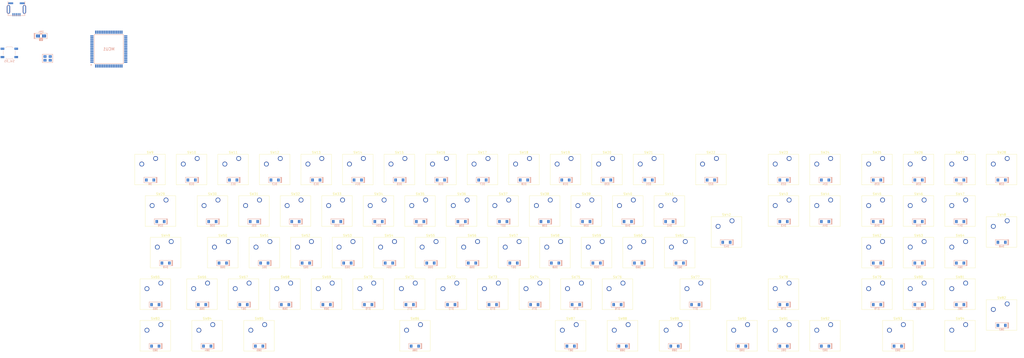
<source format=kicad_pcb>
(kicad_pcb (version 4) (host pcbnew 4.0.2+dfsg1-stable)
  (layers (0 F.Cu signal) (31 B.Cu signal) (34 B.Paste user) (35 F.Paste user) (36 B.SilkS user) (37 F.SilkS user) (38 B.Mask user) (39 F.Mask user) (44 Edge.Cuts user))
  (net 0 "")
  (net 1 VCC)
  (net 2 GND)
  (net 3 "Net-(C5-Pad1)")
  (net 4 "Net-(C6-Pad1)")
  (net 5 "Net-(C7-Pad1)")
  (net 6 "/Keyboard Matrix/row0")
  (net 7 "Net-(D9-Pad2)")
  (net 8 "/Keyboard Matrix/row1")
  (net 9 "Net-(D10-Pad2)")
  (net 10 "Net-(D11-Pad2)")
  (net 11 "Net-(D12-Pad2)")
  (net 12 "Net-(D13-Pad2)")
  (net 13 "Net-(D14-Pad2)")
  (net 14 "Net-(D15-Pad2)")
  (net 15 "Net-(D16-Pad2)")
  (net 16 "Net-(D17-Pad2)")
  (net 17 "Net-(D18-Pad2)")
  (net 18 "Net-(D19-Pad2)")
  (net 19 "Net-(D20-Pad2)")
  (net 20 "Net-(D21-Pad2)")
  (net 21 "Net-(D22-Pad2)")
  (net 22 "Net-(D23-Pad2)")
  (net 23 "Net-(D24-Pad2)")
  (net 24 "Net-(D25-Pad2)")
  (net 25 "Net-(D26-Pad2)")
  (net 26 "Net-(D27-Pad2)")
  (net 27 "Net-(D28-Pad2)")
  (net 28 "Net-(D29-Pad2)")
  (net 29 "/Keyboard Matrix/row2")
  (net 30 "Net-(D30-Pad2)")
  (net 31 "Net-(D31-Pad2)")
  (net 32 "Net-(D32-Pad2)")
  (net 33 "Net-(D33-Pad2)")
  (net 34 "Net-(D34-Pad2)")
  (net 35 "Net-(D35-Pad2)")
  (net 36 "Net-(D36-Pad2)")
  (net 37 "Net-(D37-Pad2)")
  (net 38 "Net-(D38-Pad2)")
  (net 39 "Net-(D39-Pad2)")
  (net 40 "Net-(D40-Pad2)")
  (net 41 "Net-(D41-Pad2)")
  (net 42 "Net-(D42-Pad2)")
  (net 43 "Net-(D43-Pad2)")
  (net 44 "Net-(D44-Pad2)")
  (net 45 "Net-(D45-Pad2)")
  (net 46 "Net-(D46-Pad2)")
  (net 47 "Net-(D47-Pad2)")
  (net 48 "Net-(D48-Pad2)")
  (net 49 "Net-(D49-Pad2)")
  (net 50 "Net-(D50-Pad2)")
  (net 51 "Net-(D51-Pad2)")
  (net 52 "Net-(D52-Pad2)")
  (net 53 "Net-(D53-Pad2)")
  (net 54 "Net-(D54-Pad2)")
  (net 55 "Net-(D55-Pad2)")
  (net 56 "Net-(D56-Pad2)")
  (net 57 "Net-(D57-Pad2)")
  (net 58 "Net-(D58-Pad2)")
  (net 59 "Net-(D59-Pad2)")
  (net 60 "Net-(D60-Pad2)")
  (net 61 "Net-(D61-Pad2)")
  (net 62 "Net-(D62-Pad2)")
  (net 63 "Net-(D63-Pad2)")
  (net 64 "Net-(D64-Pad2)")
  (net 65 "Net-(D65-Pad2)")
  (net 66 "/Keyboard Matrix/row4")
  (net 67 "Net-(D66-Pad2)")
  (net 68 "Net-(D67-Pad2)")
  (net 69 "Net-(D68-Pad2)")
  (net 70 "Net-(D69-Pad2)")
  (net 71 "Net-(D70-Pad2)")
  (net 72 "Net-(D71-Pad2)")
  (net 73 "Net-(D72-Pad2)")
  (net 74 "Net-(D73-Pad2)")
  (net 75 "Net-(D74-Pad2)")
  (net 76 "Net-(D75-Pad2)")
  (net 77 "Net-(D76-Pad2)")
  (net 78 "Net-(D77-Pad2)")
  (net 79 "Net-(D78-Pad2)")
  (net 80 "Net-(D79-Pad2)")
  (net 81 "Net-(D80-Pad2)")
  (net 82 "Net-(D81-Pad2)")
  (net 83 "Net-(D82-Pad2)")
  (net 84 "Net-(D83-Pad2)")
  (net 85 "Net-(D84-Pad2)")
  (net 86 "Net-(D85-Pad2)")
  (net 87 "Net-(D86-Pad2)")
  (net 88 "Net-(D87-Pad2)")
  (net 89 "Net-(D88-Pad2)")
  (net 90 "Net-(D89-Pad2)")
  (net 91 "Net-(D90-Pad2)")
  (net 92 "Net-(D91-Pad2)")
  (net 93 "Net-(D92-Pad2)")
  (net 94 "Net-(D93-Pad2)")
  (net 95 "Net-(D94-Pad2)")
  (net 96 "Net-(J1-Pad2)")
  (net 97 "Net-(J1-Pad3)")
  (net 98 "Net-(J1-Pad4)")
  (net 99 "Net-(MCU1-Pad1)")
  (net 100 "Net-(MCU1-Pad2)")
  (net 101 "Net-(MCU1-Pad4)")
  (net 102 "Net-(MCU1-Pad5)")
  (net 103 "Net-(MCU1-Pad8)")
  (net 104 "Net-(MCU1-Pad9)")
  (net 105 "Net-(MCU1-Pad10)")
  (net 106 "Net-(MCU1-Pad11)")
  (net 107 "Net-(MCU1-Pad12)")
  (net 108 "Net-(MCU1-Pad13)")
  (net 109 "Net-(MCU1-Pad14)")
  (net 110 "Net-(MCU1-Pad15)")
  (net 111 "Net-(MCU1-Pad16)")
  (net 112 "Net-(MCU1-Pad17)")
  (net 113 "Net-(MCU1-Pad18)")
  (net 114 "Net-(MCU1-Pad19)")
  (net 115 "Net-(MCU1-Pad20)")
  (net 116 "Net-(MCU1-Pad25)")
  (net 117 "Net-(MCU1-Pad26)")
  (net 118 "/Keyboard Matrix/col20")
  (net 119 "/Keyboard Matrix/col19")
  (net 120 "/Keyboard Matrix/col18")
  (net 121 "/Keyboard Matrix/col17")
  (net 122 "/Keyboard Matrix/col16")
  (net 123 "/Keyboard Matrix/col15")
  (net 124 "/Keyboard Matrix/col14")
  (net 125 "/Keyboard Matrix/col13")
  (net 126 "/Keyboard Matrix/col12")
  (net 127 "/Keyboard Matrix/col11")
  (net 128 "/Keyboard Matrix/col10")
  (net 129 "/Keyboard Matrix/col9")
  (net 130 "/Keyboard Matrix/col8")
  (net 131 "/Keyboard Matrix/col7")
  (net 132 "/Keyboard Matrix/col6")
  (net 133 "/Keyboard Matrix/col5")
  (net 134 "Net-(MCU1-Pad43)")
  (net 135 "/Keyboard Matrix/col4")
  (net 136 "/Keyboard Matrix/col3")
  (net 137 "/Keyboard Matrix/col2")
  (net 138 "/Keyboard Matrix/col1")
  (net 139 "/Keyboard Matrix/col0")
  (net 140 "Net-(MCU1-Pad49)")
  (net 141 "Net-(MCU1-Pad50)")
  (net 142 "Net-(MCU1-Pad51)")
  (net 143 "Net-(MCU1-Pad54)")
  (net 144 "Net-(MCU1-Pad55)")
  (net 145 "Net-(MCU1-Pad62)")
  (net 146 "Net-(MCU1-Pad56)")
  (module Button_Switch_Keyboard:SW_Cherry_MX1A_1.00u_PCB (layer F.Cu) (at 420.375 159.125)
    (fp_text reference SW94 (at 0 -7.874) (layer F.SilkS))
    (fp_text value KEYSW)
    (pad 1 thru_hole circle (at 2.54 -5.08) (size 2.2 2.2) (drill 1.5) (layers *.Cu *.Mask) (net 119 "/Keyboard Matrix/col19"))
    (pad 2 thru_hole circle (at -3.81 -2.54) (size 2.2 2.2) (drill 1.5) (layers *.Cu *.Mask) (net 95 "Net-(D94-Pad2)"))
    (pad "" np_thru_hole circle (at 0 0) (size 4 4) (drill 4) (layers *.Cu *.Mask))
    (pad "" np_thru_hole circle (at -5.08 0) (size 1.7 1.7) (drill 1.7) (layers *.Cu *.Mask))
    (pad "" np_thru_hole circle (at 5.08 0) (size 1.7 1.7) (drill 1.7) (layers *.Cu *.Mask))
  )
  (module Button_Switch_Keyboard:SW_Cherry_MX1A_1.00u_PCB (layer F.Cu) (at 358.625 159.125)
    (fp_text reference SW92 (at 0 -7.874) (layer F.SilkS))
    (fp_text value KEYSW)
    (pad 1 thru_hole circle (at 2.54 -5.08) (size 2.2 2.2) (drill 1.5) (layers *.Cu *.Mask) (net 122 "/Keyboard Matrix/col16"))
    (pad 2 thru_hole circle (at -3.81 -2.54) (size 2.2 2.2) (drill 1.5) (layers *.Cu *.Mask) (net 93 "Net-(D92-Pad2)"))
    (pad "" np_thru_hole circle (at 0 0) (size 4 4) (drill 4) (layers *.Cu *.Mask))
    (pad "" np_thru_hole circle (at -5.08 0) (size 1.7 1.7) (drill 1.7) (layers *.Cu *.Mask))
    (pad "" np_thru_hole circle (at 5.08 0) (size 1.7 1.7) (drill 1.7) (layers *.Cu *.Mask))
  )
  (module Button_Switch_Keyboard:SW_Cherry_MX1A_1.00u_PCB (layer F.Cu) (at 339.625 159.125)
    (fp_text reference SW91 (at 0 -7.874) (layer F.SilkS))
    (fp_text value KEYSW)
    (pad 1 thru_hole circle (at 2.54 -5.08) (size 2.2 2.2) (drill 1.5) (layers *.Cu *.Mask) (net 123 "/Keyboard Matrix/col15"))
    (pad 2 thru_hole circle (at -3.81 -2.54) (size 2.2 2.2) (drill 1.5) (layers *.Cu *.Mask) (net 92 "Net-(D91-Pad2)"))
    (pad "" np_thru_hole circle (at 0 0) (size 4 4) (drill 4) (layers *.Cu *.Mask))
    (pad "" np_thru_hole circle (at -5.08 0) (size 1.7 1.7) (drill 1.7) (layers *.Cu *.Mask))
    (pad "" np_thru_hole circle (at 5.08 0) (size 1.7 1.7) (drill 1.7) (layers *.Cu *.Mask))
  )
  (module Button_Switch_Keyboard:SW_Cherry_MX1A_1.00u_PCB (layer F.Cu) (at 320.625 159.125)
    (fp_text reference SW90 (at 0 -7.874) (layer F.SilkS))
    (fp_text value KEYSW)
    (pad 1 thru_hole circle (at 2.54 -5.08) (size 2.2 2.2) (drill 1.5) (layers *.Cu *.Mask) (net 124 "/Keyboard Matrix/col14"))
    (pad 2 thru_hole circle (at -3.81 -2.54) (size 2.2 2.2) (drill 1.5) (layers *.Cu *.Mask) (net 91 "Net-(D90-Pad2)"))
    (pad "" np_thru_hole circle (at 0 0) (size 4 4) (drill 4) (layers *.Cu *.Mask))
    (pad "" np_thru_hole circle (at -5.08 0) (size 1.7 1.7) (drill 1.7) (layers *.Cu *.Mask))
    (pad "" np_thru_hole circle (at 5.08 0) (size 1.7 1.7) (drill 1.7) (layers *.Cu *.Mask))
  )
  (module Button_Switch_Keyboard:SW_Cherry_MX1A_1.00u_PCB (layer F.Cu) (at 420.375 140.125)
    (fp_text reference SW81 (at 0 -7.874) (layer F.SilkS))
    (fp_text value KEYSW)
    (pad 1 thru_hole circle (at 2.54 -5.08) (size 2.2 2.2) (drill 1.5) (layers *.Cu *.Mask) (net 124 "/Keyboard Matrix/col14"))
    (pad 2 thru_hole circle (at -3.81 -2.54) (size 2.2 2.2) (drill 1.5) (layers *.Cu *.Mask) (net 82 "Net-(D81-Pad2)"))
    (pad "" np_thru_hole circle (at 0 0) (size 4 4) (drill 4) (layers *.Cu *.Mask))
    (pad "" np_thru_hole circle (at -5.08 0) (size 1.7 1.7) (drill 1.7) (layers *.Cu *.Mask))
    (pad "" np_thru_hole circle (at 5.08 0) (size 1.7 1.7) (drill 1.7) (layers *.Cu *.Mask))
  )
  (module Button_Switch_Keyboard:SW_Cherry_MX1A_1.00u_PCB (layer F.Cu) (at 401.375 140.125)
    (fp_text reference SW80 (at 0 -7.874) (layer F.SilkS))
    (fp_text value KEYSW)
    (pad 1 thru_hole circle (at 2.54 -5.08) (size 2.2 2.2) (drill 1.5) (layers *.Cu *.Mask) (net 125 "/Keyboard Matrix/col13"))
    (pad 2 thru_hole circle (at -3.81 -2.54) (size 2.2 2.2) (drill 1.5) (layers *.Cu *.Mask) (net 81 "Net-(D80-Pad2)"))
    (pad "" np_thru_hole circle (at 0 0) (size 4 4) (drill 4) (layers *.Cu *.Mask))
    (pad "" np_thru_hole circle (at -5.08 0) (size 1.7 1.7) (drill 1.7) (layers *.Cu *.Mask))
    (pad "" np_thru_hole circle (at 5.08 0) (size 1.7 1.7) (drill 1.7) (layers *.Cu *.Mask))
  )
  (module Button_Switch_Keyboard:SW_Cherry_MX1A_1.00u_PCB (layer F.Cu) (at 382.375 140.125)
    (fp_text reference SW79 (at 0 -7.874) (layer F.SilkS))
    (fp_text value KEYSW)
    (pad 1 thru_hole circle (at 2.54 -5.08) (size 2.2 2.2) (drill 1.5) (layers *.Cu *.Mask) (net 127 "/Keyboard Matrix/col11"))
    (pad 2 thru_hole circle (at -3.81 -2.54) (size 2.2 2.2) (drill 1.5) (layers *.Cu *.Mask) (net 80 "Net-(D79-Pad2)"))
    (pad "" np_thru_hole circle (at 0 0) (size 4 4) (drill 4) (layers *.Cu *.Mask))
    (pad "" np_thru_hole circle (at -5.08 0) (size 1.7 1.7) (drill 1.7) (layers *.Cu *.Mask))
    (pad "" np_thru_hole circle (at 5.08 0) (size 1.7 1.7) (drill 1.7) (layers *.Cu *.Mask))
  )
  (module Button_Switch_Keyboard:SW_Cherry_MX1A_1.00u_PCB (layer F.Cu) (at 339.625 140.125)
    (fp_text reference SW78 (at 0 -7.874) (layer F.SilkS))
    (fp_text value KEYSW)
    (pad 1 thru_hole circle (at 2.54 -5.08) (size 2.2 2.2) (drill 1.5) (layers *.Cu *.Mask) (net 128 "/Keyboard Matrix/col10"))
    (pad 2 thru_hole circle (at -3.81 -2.54) (size 2.2 2.2) (drill 1.5) (layers *.Cu *.Mask) (net 79 "Net-(D78-Pad2)"))
    (pad "" np_thru_hole circle (at 0 0) (size 4 4) (drill 4) (layers *.Cu *.Mask))
    (pad "" np_thru_hole circle (at -5.08 0) (size 1.7 1.7) (drill 1.7) (layers *.Cu *.Mask))
    (pad "" np_thru_hole circle (at 5.08 0) (size 1.7 1.7) (drill 1.7) (layers *.Cu *.Mask))
  )
  (module Button_Switch_Keyboard:SW_Cherry_MX1A_1.00u_PCB (layer F.Cu) (at 263.625 140.125)
    (fp_text reference SW76 (at 0 -7.874) (layer F.SilkS))
    (fp_text value KEYSW)
    (pad 1 thru_hole circle (at 2.54 -5.08) (size 2.2 2.2) (drill 1.5) (layers *.Cu *.Mask) (net 136 "/Keyboard Matrix/col3"))
    (pad 2 thru_hole circle (at -3.81 -2.54) (size 2.2 2.2) (drill 1.5) (layers *.Cu *.Mask) (net 77 "Net-(D76-Pad2)"))
    (pad "" np_thru_hole circle (at 0 0) (size 4 4) (drill 4) (layers *.Cu *.Mask))
    (pad "" np_thru_hole circle (at -5.08 0) (size 1.7 1.7) (drill 1.7) (layers *.Cu *.Mask))
    (pad "" np_thru_hole circle (at 5.08 0) (size 1.7 1.7) (drill 1.7) (layers *.Cu *.Mask))
  )
  (module Button_Switch_Keyboard:SW_Cherry_MX1A_1.00u_PCB (layer F.Cu) (at 244.625 140.125)
    (fp_text reference SW75 (at 0 -7.874) (layer F.SilkS))
    (fp_text value KEYSW)
    (pad 1 thru_hole circle (at 2.54 -5.08) (size 2.2 2.2) (drill 1.5) (layers *.Cu *.Mask) (net 138 "/Keyboard Matrix/col1"))
    (pad 2 thru_hole circle (at -3.81 -2.54) (size 2.2 2.2) (drill 1.5) (layers *.Cu *.Mask) (net 76 "Net-(D75-Pad2)"))
    (pad "" np_thru_hole circle (at 0 0) (size 4 4) (drill 4) (layers *.Cu *.Mask))
    (pad "" np_thru_hole circle (at -5.08 0) (size 1.7 1.7) (drill 1.7) (layers *.Cu *.Mask))
    (pad "" np_thru_hole circle (at 5.08 0) (size 1.7 1.7) (drill 1.7) (layers *.Cu *.Mask))
  )
  (module Button_Switch_Keyboard:SW_Cherry_MX1A_1.00u_PCB (layer F.Cu) (at 225.625 140.125)
    (fp_text reference SW74 (at 0 -7.874) (layer F.SilkS))
    (fp_text value KEYSW)
    (pad 1 thru_hole circle (at 2.54 -5.08) (size 2.2 2.2) (drill 1.5) (layers *.Cu *.Mask) (net 139 "/Keyboard Matrix/col0"))
    (pad 2 thru_hole circle (at -3.81 -2.54) (size 2.2 2.2) (drill 1.5) (layers *.Cu *.Mask) (net 75 "Net-(D74-Pad2)"))
    (pad "" np_thru_hole circle (at 0 0) (size 4 4) (drill 4) (layers *.Cu *.Mask))
    (pad "" np_thru_hole circle (at -5.08 0) (size 1.7 1.7) (drill 1.7) (layers *.Cu *.Mask))
    (pad "" np_thru_hole circle (at 5.08 0) (size 1.7 1.7) (drill 1.7) (layers *.Cu *.Mask))
  )
  (module Button_Switch_Keyboard:SW_Cherry_MX1A_1.00u_PCB (layer F.Cu) (at 206.625 140.125)
    (fp_text reference SW73 (at 0 -7.874) (layer F.SilkS))
    (fp_text value KEYSW)
    (pad 1 thru_hole circle (at 2.54 -5.08) (size 2.2 2.2) (drill 1.5) (layers *.Cu *.Mask) (net 118 "/Keyboard Matrix/col20"))
    (pad 2 thru_hole circle (at -3.81 -2.54) (size 2.2 2.2) (drill 1.5) (layers *.Cu *.Mask) (net 74 "Net-(D73-Pad2)"))
    (pad "" np_thru_hole circle (at 0 0) (size 4 4) (drill 4) (layers *.Cu *.Mask))
    (pad "" np_thru_hole circle (at -5.08 0) (size 1.7 1.7) (drill 1.7) (layers *.Cu *.Mask))
    (pad "" np_thru_hole circle (at 5.08 0) (size 1.7 1.7) (drill 1.7) (layers *.Cu *.Mask))
  )
  (module Button_Switch_Keyboard:SW_Cherry_MX1A_1.00u_PCB (layer F.Cu) (at 187.625 140.125)
    (fp_text reference SW72 (at 0 -7.874) (layer F.SilkS))
    (fp_text value KEYSW)
    (pad 1 thru_hole circle (at 2.54 -5.08) (size 2.2 2.2) (drill 1.5) (layers *.Cu *.Mask) (net 119 "/Keyboard Matrix/col19"))
    (pad 2 thru_hole circle (at -3.81 -2.54) (size 2.2 2.2) (drill 1.5) (layers *.Cu *.Mask) (net 73 "Net-(D72-Pad2)"))
    (pad "" np_thru_hole circle (at 0 0) (size 4 4) (drill 4) (layers *.Cu *.Mask))
    (pad "" np_thru_hole circle (at -5.08 0) (size 1.7 1.7) (drill 1.7) (layers *.Cu *.Mask))
    (pad "" np_thru_hole circle (at 5.08 0) (size 1.7 1.7) (drill 1.7) (layers *.Cu *.Mask))
  )
  (module Button_Switch_Keyboard:SW_Cherry_MX1A_1.00u_PCB (layer F.Cu) (at 168.625 140.125)
    (fp_text reference SW71 (at 0 -7.874) (layer F.SilkS))
    (fp_text value KEYSW)
    (pad 1 thru_hole circle (at 2.54 -5.08) (size 2.2 2.2) (drill 1.5) (layers *.Cu *.Mask) (net 120 "/Keyboard Matrix/col18"))
    (pad 2 thru_hole circle (at -3.81 -2.54) (size 2.2 2.2) (drill 1.5) (layers *.Cu *.Mask) (net 72 "Net-(D71-Pad2)"))
    (pad "" np_thru_hole circle (at 0 0) (size 4 4) (drill 4) (layers *.Cu *.Mask))
    (pad "" np_thru_hole circle (at -5.08 0) (size 1.7 1.7) (drill 1.7) (layers *.Cu *.Mask))
    (pad "" np_thru_hole circle (at 5.08 0) (size 1.7 1.7) (drill 1.7) (layers *.Cu *.Mask))
  )
  (module Button_Switch_Keyboard:SW_Cherry_MX1A_1.00u_PCB (layer F.Cu) (at 149.625 140.125)
    (fp_text reference SW70 (at 0 -7.874) (layer F.SilkS))
    (fp_text value KEYSW)
    (pad 1 thru_hole circle (at 2.54 -5.08) (size 2.2 2.2) (drill 1.5) (layers *.Cu *.Mask) (net 121 "/Keyboard Matrix/col17"))
    (pad 2 thru_hole circle (at -3.81 -2.54) (size 2.2 2.2) (drill 1.5) (layers *.Cu *.Mask) (net 71 "Net-(D70-Pad2)"))
    (pad "" np_thru_hole circle (at 0 0) (size 4 4) (drill 4) (layers *.Cu *.Mask))
    (pad "" np_thru_hole circle (at -5.08 0) (size 1.7 1.7) (drill 1.7) (layers *.Cu *.Mask))
    (pad "" np_thru_hole circle (at 5.08 0) (size 1.7 1.7) (drill 1.7) (layers *.Cu *.Mask))
  )
  (module Button_Switch_Keyboard:SW_Cherry_MX1A_1.00u_PCB (layer F.Cu) (at 130.625 140.125)
    (fp_text reference SW69 (at 0 -7.874) (layer F.SilkS))
    (fp_text value KEYSW)
    (pad 1 thru_hole circle (at 2.54 -5.08) (size 2.2 2.2) (drill 1.5) (layers *.Cu *.Mask) (net 123 "/Keyboard Matrix/col15"))
    (pad 2 thru_hole circle (at -3.81 -2.54) (size 2.2 2.2) (drill 1.5) (layers *.Cu *.Mask) (net 70 "Net-(D69-Pad2)"))
    (pad "" np_thru_hole circle (at 0 0) (size 4 4) (drill 4) (layers *.Cu *.Mask))
    (pad "" np_thru_hole circle (at -5.08 0) (size 1.7 1.7) (drill 1.7) (layers *.Cu *.Mask))
    (pad "" np_thru_hole circle (at 5.08 0) (size 1.7 1.7) (drill 1.7) (layers *.Cu *.Mask))
  )
  (module Button_Switch_Keyboard:SW_Cherry_MX1A_1.00u_PCB (layer F.Cu) (at 111.625 140.125)
    (fp_text reference SW68 (at 0 -7.874) (layer F.SilkS))
    (fp_text value KEYSW)
    (pad 1 thru_hole circle (at 2.54 -5.08) (size 2.2 2.2) (drill 1.5) (layers *.Cu *.Mask) (net 125 "/Keyboard Matrix/col13"))
    (pad 2 thru_hole circle (at -3.81 -2.54) (size 2.2 2.2) (drill 1.5) (layers *.Cu *.Mask) (net 69 "Net-(D68-Pad2)"))
    (pad "" np_thru_hole circle (at 0 0) (size 4 4) (drill 4) (layers *.Cu *.Mask))
    (pad "" np_thru_hole circle (at -5.08 0) (size 1.7 1.7) (drill 1.7) (layers *.Cu *.Mask))
    (pad "" np_thru_hole circle (at 5.08 0) (size 1.7 1.7) (drill 1.7) (layers *.Cu *.Mask))
  )
  (module Button_Switch_Keyboard:SW_Cherry_MX1A_1.00u_PCB (layer F.Cu) (at 92.625 140.125)
    (fp_text reference SW67 (at 0 -7.874) (layer F.SilkS))
    (fp_text value KEYSW)
    (pad 1 thru_hole circle (at 2.54 -5.08) (size 2.2 2.2) (drill 1.5) (layers *.Cu *.Mask) (net 127 "/Keyboard Matrix/col11"))
    (pad 2 thru_hole circle (at -3.81 -2.54) (size 2.2 2.2) (drill 1.5) (layers *.Cu *.Mask) (net 68 "Net-(D67-Pad2)"))
    (pad "" np_thru_hole circle (at 0 0) (size 4 4) (drill 4) (layers *.Cu *.Mask))
    (pad "" np_thru_hole circle (at -5.08 0) (size 1.7 1.7) (drill 1.7) (layers *.Cu *.Mask))
    (pad "" np_thru_hole circle (at 5.08 0) (size 1.7 1.7) (drill 1.7) (layers *.Cu *.Mask))
  )
  (module Button_Switch_Keyboard:SW_Cherry_MX1A_1.00u_PCB (layer F.Cu) (at 73.625 140.125)
    (fp_text reference SW66 (at 0 -7.874) (layer F.SilkS))
    (fp_text value KEYSW)
    (pad 1 thru_hole circle (at 2.54 -5.08) (size 2.2 2.2) (drill 1.5) (layers *.Cu *.Mask) (net 128 "/Keyboard Matrix/col10"))
    (pad 2 thru_hole circle (at -3.81 -2.54) (size 2.2 2.2) (drill 1.5) (layers *.Cu *.Mask) (net 67 "Net-(D66-Pad2)"))
    (pad "" np_thru_hole circle (at 0 0) (size 4 4) (drill 4) (layers *.Cu *.Mask))
    (pad "" np_thru_hole circle (at -5.08 0) (size 1.7 1.7) (drill 1.7) (layers *.Cu *.Mask))
    (pad "" np_thru_hole circle (at 5.08 0) (size 1.7 1.7) (drill 1.7) (layers *.Cu *.Mask))
  )
  (module Button_Switch_Keyboard:SW_Cherry_MX1A_1.00u_PCB (layer F.Cu) (at 420.375 121.125)
    (fp_text reference SW64 (at 0 -7.874) (layer F.SilkS))
    (fp_text value KEYSW)
    (pad 1 thru_hole circle (at 2.54 -5.08) (size 2.2 2.2) (drill 1.5) (layers *.Cu *.Mask) (net 130 "/Keyboard Matrix/col8"))
    (pad 2 thru_hole circle (at -3.81 -2.54) (size 2.2 2.2) (drill 1.5) (layers *.Cu *.Mask) (net 64 "Net-(D64-Pad2)"))
    (pad "" np_thru_hole circle (at 0 0) (size 4 4) (drill 4) (layers *.Cu *.Mask))
    (pad "" np_thru_hole circle (at -5.08 0) (size 1.7 1.7) (drill 1.7) (layers *.Cu *.Mask))
    (pad "" np_thru_hole circle (at 5.08 0) (size 1.7 1.7) (drill 1.7) (layers *.Cu *.Mask))
  )
  (module Button_Switch_Keyboard:SW_Cherry_MX1A_1.00u_PCB (layer F.Cu) (at 401.375 121.125)
    (fp_text reference SW63 (at 0 -7.874) (layer F.SilkS))
    (fp_text value KEYSW)
    (pad 1 thru_hole circle (at 2.54 -5.08) (size 2.2 2.2) (drill 1.5) (layers *.Cu *.Mask) (net 131 "/Keyboard Matrix/col7"))
    (pad 2 thru_hole circle (at -3.81 -2.54) (size 2.2 2.2) (drill 1.5) (layers *.Cu *.Mask) (net 63 "Net-(D63-Pad2)"))
    (pad "" np_thru_hole circle (at 0 0) (size 4 4) (drill 4) (layers *.Cu *.Mask))
    (pad "" np_thru_hole circle (at -5.08 0) (size 1.7 1.7) (drill 1.7) (layers *.Cu *.Mask))
    (pad "" np_thru_hole circle (at 5.08 0) (size 1.7 1.7) (drill 1.7) (layers *.Cu *.Mask))
  )
  (module Button_Switch_Keyboard:SW_Cherry_MX1A_1.00u_PCB (layer F.Cu) (at 382.375 121.125)
    (fp_text reference SW62 (at 0 -7.874) (layer F.SilkS))
    (fp_text value KEYSW)
    (pad 1 thru_hole circle (at 2.54 -5.08) (size 2.2 2.2) (drill 1.5) (layers *.Cu *.Mask) (net 132 "/Keyboard Matrix/col6"))
    (pad 2 thru_hole circle (at -3.81 -2.54) (size 2.2 2.2) (drill 1.5) (layers *.Cu *.Mask) (net 62 "Net-(D62-Pad2)"))
    (pad "" np_thru_hole circle (at 0 0) (size 4 4) (drill 4) (layers *.Cu *.Mask))
    (pad "" np_thru_hole circle (at -5.08 0) (size 1.7 1.7) (drill 1.7) (layers *.Cu *.Mask))
    (pad "" np_thru_hole circle (at 5.08 0) (size 1.7 1.7) (drill 1.7) (layers *.Cu *.Mask))
  )
  (module Button_Switch_Keyboard:SW_Cherry_MX1A_1.00u_PCB (layer F.Cu) (at 292.125 121.125)
    (fp_text reference SW61 (at 0 -7.874) (layer F.SilkS))
    (fp_text value KEYSW)
    (pad 1 thru_hole circle (at 2.54 -5.08) (size 2.2 2.2) (drill 1.5) (layers *.Cu *.Mask) (net 133 "/Keyboard Matrix/col5"))
    (pad 2 thru_hole circle (at -3.81 -2.54) (size 2.2 2.2) (drill 1.5) (layers *.Cu *.Mask) (net 61 "Net-(D61-Pad2)"))
    (pad "" np_thru_hole circle (at 0 0) (size 4 4) (drill 4) (layers *.Cu *.Mask))
    (pad "" np_thru_hole circle (at -5.08 0) (size 1.7 1.7) (drill 1.7) (layers *.Cu *.Mask))
    (pad "" np_thru_hole circle (at 5.08 0) (size 1.7 1.7) (drill 1.7) (layers *.Cu *.Mask))
  )
  (module Button_Switch_Keyboard:SW_Cherry_MX1A_1.00u_PCB (layer F.Cu) (at 273.125 121.125)
    (fp_text reference SW60 (at 0 -7.874) (layer F.SilkS))
    (fp_text value KEYSW)
    (pad 1 thru_hole circle (at 2.54 -5.08) (size 2.2 2.2) (drill 1.5) (layers *.Cu *.Mask) (net 135 "/Keyboard Matrix/col4"))
    (pad 2 thru_hole circle (at -3.81 -2.54) (size 2.2 2.2) (drill 1.5) (layers *.Cu *.Mask) (net 60 "Net-(D60-Pad2)"))
    (pad "" np_thru_hole circle (at 0 0) (size 4 4) (drill 4) (layers *.Cu *.Mask))
    (pad "" np_thru_hole circle (at -5.08 0) (size 1.7 1.7) (drill 1.7) (layers *.Cu *.Mask))
    (pad "" np_thru_hole circle (at 5.08 0) (size 1.7 1.7) (drill 1.7) (layers *.Cu *.Mask))
  )
  (module Button_Switch_Keyboard:SW_Cherry_MX1A_1.00u_PCB (layer F.Cu) (at 254.125 121.125)
    (fp_text reference SW59 (at 0 -7.874) (layer F.SilkS))
    (fp_text value KEYSW)
    (pad 1 thru_hole circle (at 2.54 -5.08) (size 2.2 2.2) (drill 1.5) (layers *.Cu *.Mask) (net 136 "/Keyboard Matrix/col3"))
    (pad 2 thru_hole circle (at -3.81 -2.54) (size 2.2 2.2) (drill 1.5) (layers *.Cu *.Mask) (net 59 "Net-(D59-Pad2)"))
    (pad "" np_thru_hole circle (at 0 0) (size 4 4) (drill 4) (layers *.Cu *.Mask))
    (pad "" np_thru_hole circle (at -5.08 0) (size 1.7 1.7) (drill 1.7) (layers *.Cu *.Mask))
    (pad "" np_thru_hole circle (at 5.08 0) (size 1.7 1.7) (drill 1.7) (layers *.Cu *.Mask))
  )
  (module Button_Switch_Keyboard:SW_Cherry_MX1A_1.00u_PCB (layer F.Cu) (at 235.125 121.125)
    (fp_text reference SW58 (at 0 -7.874) (layer F.SilkS))
    (fp_text value KEYSW)
    (pad 1 thru_hole circle (at 2.54 -5.08) (size 2.2 2.2) (drill 1.5) (layers *.Cu *.Mask) (net 137 "/Keyboard Matrix/col2"))
    (pad 2 thru_hole circle (at -3.81 -2.54) (size 2.2 2.2) (drill 1.5) (layers *.Cu *.Mask) (net 58 "Net-(D58-Pad2)"))
    (pad "" np_thru_hole circle (at 0 0) (size 4 4) (drill 4) (layers *.Cu *.Mask))
    (pad "" np_thru_hole circle (at -5.08 0) (size 1.7 1.7) (drill 1.7) (layers *.Cu *.Mask))
    (pad "" np_thru_hole circle (at 5.08 0) (size 1.7 1.7) (drill 1.7) (layers *.Cu *.Mask))
  )
  (module Button_Switch_Keyboard:SW_Cherry_MX1A_1.00u_PCB (layer F.Cu) (at 216.125 121.125)
    (fp_text reference SW57 (at 0 -7.874) (layer F.SilkS))
    (fp_text value KEYSW)
    (pad 1 thru_hole circle (at 2.54 -5.08) (size 2.2 2.2) (drill 1.5) (layers *.Cu *.Mask) (net 138 "/Keyboard Matrix/col1"))
    (pad 2 thru_hole circle (at -3.81 -2.54) (size 2.2 2.2) (drill 1.5) (layers *.Cu *.Mask) (net 57 "Net-(D57-Pad2)"))
    (pad "" np_thru_hole circle (at 0 0) (size 4 4) (drill 4) (layers *.Cu *.Mask))
    (pad "" np_thru_hole circle (at -5.08 0) (size 1.7 1.7) (drill 1.7) (layers *.Cu *.Mask))
    (pad "" np_thru_hole circle (at 5.08 0) (size 1.7 1.7) (drill 1.7) (layers *.Cu *.Mask))
  )
  (module Button_Switch_Keyboard:SW_Cherry_MX1A_1.00u_PCB (layer F.Cu) (at 197.125 121.125)
    (fp_text reference SW56 (at 0 -7.874) (layer F.SilkS))
    (fp_text value KEYSW)
    (pad 1 thru_hole circle (at 2.54 -5.08) (size 2.2 2.2) (drill 1.5) (layers *.Cu *.Mask) (net 139 "/Keyboard Matrix/col0"))
    (pad 2 thru_hole circle (at -3.81 -2.54) (size 2.2 2.2) (drill 1.5) (layers *.Cu *.Mask) (net 56 "Net-(D56-Pad2)"))
    (pad "" np_thru_hole circle (at 0 0) (size 4 4) (drill 4) (layers *.Cu *.Mask))
    (pad "" np_thru_hole circle (at -5.08 0) (size 1.7 1.7) (drill 1.7) (layers *.Cu *.Mask))
    (pad "" np_thru_hole circle (at 5.08 0) (size 1.7 1.7) (drill 1.7) (layers *.Cu *.Mask))
  )
  (module Button_Switch_Keyboard:SW_Cherry_MX1A_1.00u_PCB (layer F.Cu) (at 178.125 121.125)
    (fp_text reference SW55 (at 0 -7.874) (layer F.SilkS))
    (fp_text value KEYSW)
    (pad 1 thru_hole circle (at 2.54 -5.08) (size 2.2 2.2) (drill 1.5) (layers *.Cu *.Mask) (net 119 "/Keyboard Matrix/col19"))
    (pad 2 thru_hole circle (at -3.81 -2.54) (size 2.2 2.2) (drill 1.5) (layers *.Cu *.Mask) (net 55 "Net-(D55-Pad2)"))
    (pad "" np_thru_hole circle (at 0 0) (size 4 4) (drill 4) (layers *.Cu *.Mask))
    (pad "" np_thru_hole circle (at -5.08 0) (size 1.7 1.7) (drill 1.7) (layers *.Cu *.Mask))
    (pad "" np_thru_hole circle (at 5.08 0) (size 1.7 1.7) (drill 1.7) (layers *.Cu *.Mask))
  )
  (module Button_Switch_Keyboard:SW_Cherry_MX1A_1.00u_PCB (layer F.Cu) (at 159.125 121.125)
    (fp_text reference SW54 (at 0 -7.874) (layer F.SilkS))
    (fp_text value KEYSW)
    (pad 1 thru_hole circle (at 2.54 -5.08) (size 2.2 2.2) (drill 1.5) (layers *.Cu *.Mask) (net 120 "/Keyboard Matrix/col18"))
    (pad 2 thru_hole circle (at -3.81 -2.54) (size 2.2 2.2) (drill 1.5) (layers *.Cu *.Mask) (net 54 "Net-(D54-Pad2)"))
    (pad "" np_thru_hole circle (at 0 0) (size 4 4) (drill 4) (layers *.Cu *.Mask))
    (pad "" np_thru_hole circle (at -5.08 0) (size 1.7 1.7) (drill 1.7) (layers *.Cu *.Mask))
    (pad "" np_thru_hole circle (at 5.08 0) (size 1.7 1.7) (drill 1.7) (layers *.Cu *.Mask))
  )
  (module Button_Switch_Keyboard:SW_Cherry_MX1A_1.00u_PCB (layer F.Cu) (at 140.125 121.125)
    (fp_text reference SW53 (at 0 -7.874) (layer F.SilkS))
    (fp_text value KEYSW)
    (pad 1 thru_hole circle (at 2.54 -5.08) (size 2.2 2.2) (drill 1.5) (layers *.Cu *.Mask) (net 121 "/Keyboard Matrix/col17"))
    (pad 2 thru_hole circle (at -3.81 -2.54) (size 2.2 2.2) (drill 1.5) (layers *.Cu *.Mask) (net 53 "Net-(D53-Pad2)"))
    (pad "" np_thru_hole circle (at 0 0) (size 4 4) (drill 4) (layers *.Cu *.Mask))
    (pad "" np_thru_hole circle (at -5.08 0) (size 1.7 1.7) (drill 1.7) (layers *.Cu *.Mask))
    (pad "" np_thru_hole circle (at 5.08 0) (size 1.7 1.7) (drill 1.7) (layers *.Cu *.Mask))
  )
  (module Button_Switch_Keyboard:SW_Cherry_MX1A_1.00u_PCB (layer F.Cu) (at 121.125 121.125)
    (fp_text reference SW52 (at 0 -7.874) (layer F.SilkS))
    (fp_text value KEYSW)
    (pad 1 thru_hole circle (at 2.54 -5.08) (size 2.2 2.2) (drill 1.5) (layers *.Cu *.Mask) (net 125 "/Keyboard Matrix/col13"))
    (pad 2 thru_hole circle (at -3.81 -2.54) (size 2.2 2.2) (drill 1.5) (layers *.Cu *.Mask) (net 52 "Net-(D52-Pad2)"))
    (pad "" np_thru_hole circle (at 0 0) (size 4 4) (drill 4) (layers *.Cu *.Mask))
    (pad "" np_thru_hole circle (at -5.08 0) (size 1.7 1.7) (drill 1.7) (layers *.Cu *.Mask))
    (pad "" np_thru_hole circle (at 5.08 0) (size 1.7 1.7) (drill 1.7) (layers *.Cu *.Mask))
  )
  (module Button_Switch_Keyboard:SW_Cherry_MX1A_1.00u_PCB (layer F.Cu) (at 102.125 121.125)
    (fp_text reference SW51 (at 0 -7.874) (layer F.SilkS))
    (fp_text value KEYSW)
    (pad 1 thru_hole circle (at 2.54 -5.08) (size 2.2 2.2) (drill 1.5) (layers *.Cu *.Mask) (net 126 "/Keyboard Matrix/col12"))
    (pad 2 thru_hole circle (at -3.81 -2.54) (size 2.2 2.2) (drill 1.5) (layers *.Cu *.Mask) (net 51 "Net-(D51-Pad2)"))
    (pad "" np_thru_hole circle (at 0 0) (size 4 4) (drill 4) (layers *.Cu *.Mask))
    (pad "" np_thru_hole circle (at -5.08 0) (size 1.7 1.7) (drill 1.7) (layers *.Cu *.Mask))
    (pad "" np_thru_hole circle (at 5.08 0) (size 1.7 1.7) (drill 1.7) (layers *.Cu *.Mask))
  )
  (module Button_Switch_Keyboard:SW_Cherry_MX1A_1.00u_PCB (layer F.Cu) (at 83.125 121.125)
    (fp_text reference SW50 (at 0 -7.874) (layer F.SilkS))
    (fp_text value KEYSW)
    (pad 1 thru_hole circle (at 2.54 -5.08) (size 2.2 2.2) (drill 1.5) (layers *.Cu *.Mask) (net 127 "/Keyboard Matrix/col11"))
    (pad 2 thru_hole circle (at -3.81 -2.54) (size 2.2 2.2) (drill 1.5) (layers *.Cu *.Mask) (net 50 "Net-(D50-Pad2)"))
    (pad "" np_thru_hole circle (at 0 0) (size 4 4) (drill 4) (layers *.Cu *.Mask))
    (pad "" np_thru_hole circle (at -5.08 0) (size 1.7 1.7) (drill 1.7) (layers *.Cu *.Mask))
    (pad "" np_thru_hole circle (at 5.08 0) (size 1.7 1.7) (drill 1.7) (layers *.Cu *.Mask))
  )
  (module Button_Switch_Keyboard:SW_Cherry_MX1A_1.00u_PCB (layer F.Cu) (at 420.375 102.125)
    (fp_text reference SW47 (at 0 -7.874) (layer F.SilkS))
    (fp_text value KEYSW)
    (pad 1 thru_hole circle (at 2.54 -5.08) (size 2.2 2.2) (drill 1.5) (layers *.Cu *.Mask) (net 130 "/Keyboard Matrix/col8"))
    (pad 2 thru_hole circle (at -3.81 -2.54) (size 2.2 2.2) (drill 1.5) (layers *.Cu *.Mask) (net 47 "Net-(D47-Pad2)"))
    (pad "" np_thru_hole circle (at 0 0) (size 4 4) (drill 4) (layers *.Cu *.Mask))
    (pad "" np_thru_hole circle (at -5.08 0) (size 1.7 1.7) (drill 1.7) (layers *.Cu *.Mask))
    (pad "" np_thru_hole circle (at 5.08 0) (size 1.7 1.7) (drill 1.7) (layers *.Cu *.Mask))
  )
  (module Button_Switch_Keyboard:SW_Cherry_MX1A_1.00u_PCB (layer F.Cu) (at 401.375 102.125)
    (fp_text reference SW46 (at 0 -7.874) (layer F.SilkS))
    (fp_text value KEYSW)
    (pad 1 thru_hole circle (at 2.54 -5.08) (size 2.2 2.2) (drill 1.5) (layers *.Cu *.Mask) (net 131 "/Keyboard Matrix/col7"))
    (pad 2 thru_hole circle (at -3.81 -2.54) (size 2.2 2.2) (drill 1.5) (layers *.Cu *.Mask) (net 46 "Net-(D46-Pad2)"))
    (pad "" np_thru_hole circle (at 0 0) (size 4 4) (drill 4) (layers *.Cu *.Mask))
    (pad "" np_thru_hole circle (at -5.08 0) (size 1.7 1.7) (drill 1.7) (layers *.Cu *.Mask))
    (pad "" np_thru_hole circle (at 5.08 0) (size 1.7 1.7) (drill 1.7) (layers *.Cu *.Mask))
  )
  (module Button_Switch_Keyboard:SW_Cherry_MX1A_1.00u_PCB (layer F.Cu) (at 382.375 102.125)
    (fp_text reference SW45 (at 0 -7.874) (layer F.SilkS))
    (fp_text value KEYSW)
    (pad 1 thru_hole circle (at 2.54 -5.08) (size 2.2 2.2) (drill 1.5) (layers *.Cu *.Mask) (net 132 "/Keyboard Matrix/col6"))
    (pad 2 thru_hole circle (at -3.81 -2.54) (size 2.2 2.2) (drill 1.5) (layers *.Cu *.Mask) (net 45 "Net-(D45-Pad2)"))
    (pad "" np_thru_hole circle (at 0 0) (size 4 4) (drill 4) (layers *.Cu *.Mask))
    (pad "" np_thru_hole circle (at -5.08 0) (size 1.7 1.7) (drill 1.7) (layers *.Cu *.Mask))
    (pad "" np_thru_hole circle (at 5.08 0) (size 1.7 1.7) (drill 1.7) (layers *.Cu *.Mask))
  )
  (module Button_Switch_Keyboard:SW_Cherry_MX1A_1.00u_PCB (layer F.Cu) (at 358.625 102.125)
    (fp_text reference SW44 (at 0 -7.874) (layer F.SilkS))
    (fp_text value KEYSW)
    (pad 1 thru_hole circle (at 2.54 -5.08) (size 2.2 2.2) (drill 1.5) (layers *.Cu *.Mask) (net 133 "/Keyboard Matrix/col5"))
    (pad 2 thru_hole circle (at -3.81 -2.54) (size 2.2 2.2) (drill 1.5) (layers *.Cu *.Mask) (net 44 "Net-(D44-Pad2)"))
    (pad "" np_thru_hole circle (at 0 0) (size 4 4) (drill 4) (layers *.Cu *.Mask))
    (pad "" np_thru_hole circle (at -5.08 0) (size 1.7 1.7) (drill 1.7) (layers *.Cu *.Mask))
    (pad "" np_thru_hole circle (at 5.08 0) (size 1.7 1.7) (drill 1.7) (layers *.Cu *.Mask))
  )
  (module Button_Switch_Keyboard:SW_Cherry_MX1A_1.00u_PCB (layer F.Cu) (at 339.625 102.125)
    (fp_text reference SW43 (at 0 -7.874) (layer F.SilkS))
    (fp_text value KEYSW)
    (pad 1 thru_hole circle (at 2.54 -5.08) (size 2.2 2.2) (drill 1.5) (layers *.Cu *.Mask) (net 135 "/Keyboard Matrix/col4"))
    (pad 2 thru_hole circle (at -3.81 -2.54) (size 2.2 2.2) (drill 1.5) (layers *.Cu *.Mask) (net 43 "Net-(D43-Pad2)"))
    (pad "" np_thru_hole circle (at 0 0) (size 4 4) (drill 4) (layers *.Cu *.Mask))
    (pad "" np_thru_hole circle (at -5.08 0) (size 1.7 1.7) (drill 1.7) (layers *.Cu *.Mask))
    (pad "" np_thru_hole circle (at 5.08 0) (size 1.7 1.7) (drill 1.7) (layers *.Cu *.Mask))
  )
  (module Button_Switch_Keyboard:SW_Cherry_MX1A_1.00u_PCB (layer F.Cu) (at 287.375 102.125)
    (fp_text reference SW41 (at 0 -7.874) (layer F.SilkS))
    (fp_text value KEYSW)
    (pad 1 thru_hole circle (at 2.54 -5.08) (size 2.2 2.2) (drill 1.5) (layers *.Cu *.Mask) (net 137 "/Keyboard Matrix/col2"))
    (pad 2 thru_hole circle (at -3.81 -2.54) (size 2.2 2.2) (drill 1.5) (layers *.Cu *.Mask) (net 41 "Net-(D41-Pad2)"))
    (pad "" np_thru_hole circle (at 0 0) (size 4 4) (drill 4) (layers *.Cu *.Mask))
    (pad "" np_thru_hole circle (at -5.08 0) (size 1.7 1.7) (drill 1.7) (layers *.Cu *.Mask))
    (pad "" np_thru_hole circle (at 5.08 0) (size 1.7 1.7) (drill 1.7) (layers *.Cu *.Mask))
  )
  (module Button_Switch_Keyboard:SW_Cherry_MX1A_1.00u_PCB (layer F.Cu) (at 268.375 102.125)
    (fp_text reference SW40 (at 0 -7.874) (layer F.SilkS))
    (fp_text value KEYSW)
    (pad 1 thru_hole circle (at 2.54 -5.08) (size 2.2 2.2) (drill 1.5) (layers *.Cu *.Mask) (net 139 "/Keyboard Matrix/col0"))
    (pad 2 thru_hole circle (at -3.81 -2.54) (size 2.2 2.2) (drill 1.5) (layers *.Cu *.Mask) (net 40 "Net-(D40-Pad2)"))
    (pad "" np_thru_hole circle (at 0 0) (size 4 4) (drill 4) (layers *.Cu *.Mask))
    (pad "" np_thru_hole circle (at -5.08 0) (size 1.7 1.7) (drill 1.7) (layers *.Cu *.Mask))
    (pad "" np_thru_hole circle (at 5.08 0) (size 1.7 1.7) (drill 1.7) (layers *.Cu *.Mask))
  )
  (module Button_Switch_Keyboard:SW_Cherry_MX1A_1.00u_PCB (layer F.Cu) (at 249.375 102.125)
    (fp_text reference SW39 (at 0 -7.874) (layer F.SilkS))
    (fp_text value KEYSW)
    (pad 1 thru_hole circle (at 2.54 -5.08) (size 2.2 2.2) (drill 1.5) (layers *.Cu *.Mask) (net 118 "/Keyboard Matrix/col20"))
    (pad 2 thru_hole circle (at -3.81 -2.54) (size 2.2 2.2) (drill 1.5) (layers *.Cu *.Mask) (net 39 "Net-(D39-Pad2)"))
    (pad "" np_thru_hole circle (at 0 0) (size 4 4) (drill 4) (layers *.Cu *.Mask))
    (pad "" np_thru_hole circle (at -5.08 0) (size 1.7 1.7) (drill 1.7) (layers *.Cu *.Mask))
    (pad "" np_thru_hole circle (at 5.08 0) (size 1.7 1.7) (drill 1.7) (layers *.Cu *.Mask))
  )
  (module Button_Switch_Keyboard:SW_Cherry_MX1A_1.00u_PCB (layer F.Cu) (at 230.375 102.125)
    (fp_text reference SW38 (at 0 -7.874) (layer F.SilkS))
    (fp_text value KEYSW)
    (pad 1 thru_hole circle (at 2.54 -5.08) (size 2.2 2.2) (drill 1.5) (layers *.Cu *.Mask) (net 119 "/Keyboard Matrix/col19"))
    (pad 2 thru_hole circle (at -3.81 -2.54) (size 2.2 2.2) (drill 1.5) (layers *.Cu *.Mask) (net 38 "Net-(D38-Pad2)"))
    (pad "" np_thru_hole circle (at 0 0) (size 4 4) (drill 4) (layers *.Cu *.Mask))
    (pad "" np_thru_hole circle (at -5.08 0) (size 1.7 1.7) (drill 1.7) (layers *.Cu *.Mask))
    (pad "" np_thru_hole circle (at 5.08 0) (size 1.7 1.7) (drill 1.7) (layers *.Cu *.Mask))
  )
  (module Button_Switch_Keyboard:SW_Cherry_MX1A_1.00u_PCB (layer F.Cu) (at 211.375 102.125)
    (fp_text reference SW37 (at 0 -7.874) (layer F.SilkS))
    (fp_text value KEYSW)
    (pad 1 thru_hole circle (at 2.54 -5.08) (size 2.2 2.2) (drill 1.5) (layers *.Cu *.Mask) (net 120 "/Keyboard Matrix/col18"))
    (pad 2 thru_hole circle (at -3.81 -2.54) (size 2.2 2.2) (drill 1.5) (layers *.Cu *.Mask) (net 37 "Net-(D37-Pad2)"))
    (pad "" np_thru_hole circle (at 0 0) (size 4 4) (drill 4) (layers *.Cu *.Mask))
    (pad "" np_thru_hole circle (at -5.08 0) (size 1.7 1.7) (drill 1.7) (layers *.Cu *.Mask))
    (pad "" np_thru_hole circle (at 5.08 0) (size 1.7 1.7) (drill 1.7) (layers *.Cu *.Mask))
  )
  (module Button_Switch_Keyboard:SW_Cherry_MX1A_1.00u_PCB (layer F.Cu) (at 192.375 102.125)
    (fp_text reference SW36 (at 0 -7.874) (layer F.SilkS))
    (fp_text value KEYSW)
    (pad 1 thru_hole circle (at 2.54 -5.08) (size 2.2 2.2) (drill 1.5) (layers *.Cu *.Mask) (net 121 "/Keyboard Matrix/col17"))
    (pad 2 thru_hole circle (at -3.81 -2.54) (size 2.2 2.2) (drill 1.5) (layers *.Cu *.Mask) (net 36 "Net-(D36-Pad2)"))
    (pad "" np_thru_hole circle (at 0 0) (size 4 4) (drill 4) (layers *.Cu *.Mask))
    (pad "" np_thru_hole circle (at -5.08 0) (size 1.7 1.7) (drill 1.7) (layers *.Cu *.Mask))
    (pad "" np_thru_hole circle (at 5.08 0) (size 1.7 1.7) (drill 1.7) (layers *.Cu *.Mask))
  )
  (module Button_Switch_Keyboard:SW_Cherry_MX1A_1.00u_PCB (layer F.Cu) (at 173.375 102.125)
    (fp_text reference SW35 (at 0 -7.874) (layer F.SilkS))
    (fp_text value KEYSW)
    (pad 1 thru_hole circle (at 2.54 -5.08) (size 2.2 2.2) (drill 1.5) (layers *.Cu *.Mask) (net 122 "/Keyboard Matrix/col16"))
    (pad 2 thru_hole circle (at -3.81 -2.54) (size 2.2 2.2) (drill 1.5) (layers *.Cu *.Mask) (net 35 "Net-(D35-Pad2)"))
    (pad "" np_thru_hole circle (at 0 0) (size 4 4) (drill 4) (layers *.Cu *.Mask))
    (pad "" np_thru_hole circle (at -5.08 0) (size 1.7 1.7) (drill 1.7) (layers *.Cu *.Mask))
    (pad "" np_thru_hole circle (at 5.08 0) (size 1.7 1.7) (drill 1.7) (layers *.Cu *.Mask))
  )
  (module Button_Switch_Keyboard:SW_Cherry_MX1A_1.00u_PCB (layer F.Cu) (at 154.375 102.125)
    (fp_text reference SW34 (at 0 -7.874) (layer F.SilkS))
    (fp_text value KEYSW)
    (pad 1 thru_hole circle (at 2.54 -5.08) (size 2.2 2.2) (drill 1.5) (layers *.Cu *.Mask) (net 123 "/Keyboard Matrix/col15"))
    (pad 2 thru_hole circle (at -3.81 -2.54) (size 2.2 2.2) (drill 1.5) (layers *.Cu *.Mask) (net 34 "Net-(D34-Pad2)"))
    (pad "" np_thru_hole circle (at 0 0) (size 4 4) (drill 4) (layers *.Cu *.Mask))
    (pad "" np_thru_hole circle (at -5.08 0) (size 1.7 1.7) (drill 1.7) (layers *.Cu *.Mask))
    (pad "" np_thru_hole circle (at 5.08 0) (size 1.7 1.7) (drill 1.7) (layers *.Cu *.Mask))
  )
  (module Button_Switch_Keyboard:SW_Cherry_MX1A_1.00u_PCB (layer F.Cu) (at 135.375 102.125)
    (fp_text reference SW33 (at 0 -7.874) (layer F.SilkS))
    (fp_text value KEYSW)
    (pad 1 thru_hole circle (at 2.54 -5.08) (size 2.2 2.2) (drill 1.5) (layers *.Cu *.Mask) (net 124 "/Keyboard Matrix/col14"))
    (pad 2 thru_hole circle (at -3.81 -2.54) (size 2.2 2.2) (drill 1.5) (layers *.Cu *.Mask) (net 33 "Net-(D33-Pad2)"))
    (pad "" np_thru_hole circle (at 0 0) (size 4 4) (drill 4) (layers *.Cu *.Mask))
    (pad "" np_thru_hole circle (at -5.08 0) (size 1.7 1.7) (drill 1.7) (layers *.Cu *.Mask))
    (pad "" np_thru_hole circle (at 5.08 0) (size 1.7 1.7) (drill 1.7) (layers *.Cu *.Mask))
  )
  (module Button_Switch_Keyboard:SW_Cherry_MX1A_1.00u_PCB (layer F.Cu) (at 116.375 102.125)
    (fp_text reference SW32 (at 0 -7.874) (layer F.SilkS))
    (fp_text value KEYSW)
    (pad 1 thru_hole circle (at 2.54 -5.08) (size 2.2 2.2) (drill 1.5) (layers *.Cu *.Mask) (net 125 "/Keyboard Matrix/col13"))
    (pad 2 thru_hole circle (at -3.81 -2.54) (size 2.2 2.2) (drill 1.5) (layers *.Cu *.Mask) (net 32 "Net-(D32-Pad2)"))
    (pad "" np_thru_hole circle (at 0 0) (size 4 4) (drill 4) (layers *.Cu *.Mask))
    (pad "" np_thru_hole circle (at -5.08 0) (size 1.7 1.7) (drill 1.7) (layers *.Cu *.Mask))
    (pad "" np_thru_hole circle (at 5.08 0) (size 1.7 1.7) (drill 1.7) (layers *.Cu *.Mask))
  )
  (module Button_Switch_Keyboard:SW_Cherry_MX1A_1.00u_PCB (layer F.Cu) (at 97.375 102.125)
    (fp_text reference SW31 (at 0 -7.874) (layer F.SilkS))
    (fp_text value KEYSW)
    (pad 1 thru_hole circle (at 2.54 -5.08) (size 2.2 2.2) (drill 1.5) (layers *.Cu *.Mask) (net 126 "/Keyboard Matrix/col12"))
    (pad 2 thru_hole circle (at -3.81 -2.54) (size 2.2 2.2) (drill 1.5) (layers *.Cu *.Mask) (net 31 "Net-(D31-Pad2)"))
    (pad "" np_thru_hole circle (at 0 0) (size 4 4) (drill 4) (layers *.Cu *.Mask))
    (pad "" np_thru_hole circle (at -5.08 0) (size 1.7 1.7) (drill 1.7) (layers *.Cu *.Mask))
    (pad "" np_thru_hole circle (at 5.08 0) (size 1.7 1.7) (drill 1.7) (layers *.Cu *.Mask))
  )
  (module Button_Switch_Keyboard:SW_Cherry_MX1A_1.00u_PCB (layer F.Cu) (at 78.375 102.125)
    (fp_text reference SW30 (at 0 -7.874) (layer F.SilkS))
    (fp_text value KEYSW)
    (pad 1 thru_hole circle (at 2.54 -5.08) (size 2.2 2.2) (drill 1.5) (layers *.Cu *.Mask) (net 127 "/Keyboard Matrix/col11"))
    (pad 2 thru_hole circle (at -3.81 -2.54) (size 2.2 2.2) (drill 1.5) (layers *.Cu *.Mask) (net 30 "Net-(D30-Pad2)"))
    (pad "" np_thru_hole circle (at 0 0) (size 4 4) (drill 4) (layers *.Cu *.Mask))
    (pad "" np_thru_hole circle (at -5.08 0) (size 1.7 1.7) (drill 1.7) (layers *.Cu *.Mask))
    (pad "" np_thru_hole circle (at 5.08 0) (size 1.7 1.7) (drill 1.7) (layers *.Cu *.Mask))
  )
  (module Button_Switch_Keyboard:SW_Cherry_MX1A_1.00u_PCB (layer F.Cu) (at 439.375 83.125)
    (fp_text reference SW28 (at 0 -7.874) (layer F.SilkS))
    (fp_text value KEYSW)
    (pad 1 thru_hole circle (at 2.54 -5.08) (size 2.2 2.2) (drill 1.5) (layers *.Cu *.Mask) (net 129 "/Keyboard Matrix/col9"))
    (pad 2 thru_hole circle (at -3.81 -2.54) (size 2.2 2.2) (drill 1.5) (layers *.Cu *.Mask) (net 27 "Net-(D28-Pad2)"))
    (pad "" np_thru_hole circle (at 0 0) (size 4 4) (drill 4) (layers *.Cu *.Mask))
    (pad "" np_thru_hole circle (at -5.08 0) (size 1.7 1.7) (drill 1.7) (layers *.Cu *.Mask))
    (pad "" np_thru_hole circle (at 5.08 0) (size 1.7 1.7) (drill 1.7) (layers *.Cu *.Mask))
  )
  (module Button_Switch_Keyboard:SW_Cherry_MX1A_1.00u_PCB (layer F.Cu) (at 420.375 83.125)
    (fp_text reference SW27 (at 0 -7.874) (layer F.SilkS))
    (fp_text value KEYSW)
    (pad 1 thru_hole circle (at 2.54 -5.08) (size 2.2 2.2) (drill 1.5) (layers *.Cu *.Mask) (net 130 "/Keyboard Matrix/col8"))
    (pad 2 thru_hole circle (at -3.81 -2.54) (size 2.2 2.2) (drill 1.5) (layers *.Cu *.Mask) (net 26 "Net-(D27-Pad2)"))
    (pad "" np_thru_hole circle (at 0 0) (size 4 4) (drill 4) (layers *.Cu *.Mask))
    (pad "" np_thru_hole circle (at -5.08 0) (size 1.7 1.7) (drill 1.7) (layers *.Cu *.Mask))
    (pad "" np_thru_hole circle (at 5.08 0) (size 1.7 1.7) (drill 1.7) (layers *.Cu *.Mask))
  )
  (module Button_Switch_Keyboard:SW_Cherry_MX1A_1.00u_PCB (layer F.Cu) (at 401.375 83.125)
    (fp_text reference SW26 (at 0 -7.874) (layer F.SilkS))
    (fp_text value KEYSW)
    (pad 1 thru_hole circle (at 2.54 -5.08) (size 2.2 2.2) (drill 1.5) (layers *.Cu *.Mask) (net 131 "/Keyboard Matrix/col7"))
    (pad 2 thru_hole circle (at -3.81 -2.54) (size 2.2 2.2) (drill 1.5) (layers *.Cu *.Mask) (net 25 "Net-(D26-Pad2)"))
    (pad "" np_thru_hole circle (at 0 0) (size 4 4) (drill 4) (layers *.Cu *.Mask))
    (pad "" np_thru_hole circle (at -5.08 0) (size 1.7 1.7) (drill 1.7) (layers *.Cu *.Mask))
    (pad "" np_thru_hole circle (at 5.08 0) (size 1.7 1.7) (drill 1.7) (layers *.Cu *.Mask))
  )
  (module Button_Switch_Keyboard:SW_Cherry_MX1A_1.00u_PCB (layer F.Cu) (at 382.375 83.125)
    (fp_text reference SW25 (at 0 -7.874) (layer F.SilkS))
    (fp_text value KEYSW)
    (pad 1 thru_hole circle (at 2.54 -5.08) (size 2.2 2.2) (drill 1.5) (layers *.Cu *.Mask) (net 132 "/Keyboard Matrix/col6"))
    (pad 2 thru_hole circle (at -3.81 -2.54) (size 2.2 2.2) (drill 1.5) (layers *.Cu *.Mask) (net 24 "Net-(D25-Pad2)"))
    (pad "" np_thru_hole circle (at 0 0) (size 4 4) (drill 4) (layers *.Cu *.Mask))
    (pad "" np_thru_hole circle (at -5.08 0) (size 1.7 1.7) (drill 1.7) (layers *.Cu *.Mask))
    (pad "" np_thru_hole circle (at 5.08 0) (size 1.7 1.7) (drill 1.7) (layers *.Cu *.Mask))
  )
  (module Button_Switch_Keyboard:SW_Cherry_MX1A_1.00u_PCB (layer F.Cu) (at 358.625 83.125)
    (fp_text reference SW24 (at 0 -7.874) (layer F.SilkS))
    (fp_text value KEYSW)
    (pad 1 thru_hole circle (at 2.54 -5.08) (size 2.2 2.2) (drill 1.5) (layers *.Cu *.Mask) (net 133 "/Keyboard Matrix/col5"))
    (pad 2 thru_hole circle (at -3.81 -2.54) (size 2.2 2.2) (drill 1.5) (layers *.Cu *.Mask) (net 23 "Net-(D24-Pad2)"))
    (pad "" np_thru_hole circle (at 0 0) (size 4 4) (drill 4) (layers *.Cu *.Mask))
    (pad "" np_thru_hole circle (at -5.08 0) (size 1.7 1.7) (drill 1.7) (layers *.Cu *.Mask))
    (pad "" np_thru_hole circle (at 5.08 0) (size 1.7 1.7) (drill 1.7) (layers *.Cu *.Mask))
  )
  (module Button_Switch_Keyboard:SW_Cherry_MX1A_1.00u_PCB (layer F.Cu) (at 339.625 83.125)
    (fp_text reference SW23 (at 0 -7.874) (layer F.SilkS))
    (fp_text value KEYSW)
    (pad 1 thru_hole circle (at 2.54 -5.08) (size 2.2 2.2) (drill 1.5) (layers *.Cu *.Mask) (net 135 "/Keyboard Matrix/col4"))
    (pad 2 thru_hole circle (at -3.81 -2.54) (size 2.2 2.2) (drill 1.5) (layers *.Cu *.Mask) (net 22 "Net-(D23-Pad2)"))
    (pad "" np_thru_hole circle (at 0 0) (size 4 4) (drill 4) (layers *.Cu *.Mask))
    (pad "" np_thru_hole circle (at -5.08 0) (size 1.7 1.7) (drill 1.7) (layers *.Cu *.Mask))
    (pad "" np_thru_hole circle (at 5.08 0) (size 1.7 1.7) (drill 1.7) (layers *.Cu *.Mask))
  )
  (module Button_Switch_Keyboard:SW_Cherry_MX1A_1.00u_PCB (layer F.Cu) (at 277.875 83.125)
    (fp_text reference SW21 (at 0 -7.874) (layer F.SilkS))
    (fp_text value KEYSW)
    (pad 1 thru_hole circle (at 2.54 -5.08) (size 2.2 2.2) (drill 1.5) (layers *.Cu *.Mask) (net 137 "/Keyboard Matrix/col2"))
    (pad 2 thru_hole circle (at -3.81 -2.54) (size 2.2 2.2) (drill 1.5) (layers *.Cu *.Mask) (net 20 "Net-(D21-Pad2)"))
    (pad "" np_thru_hole circle (at 0 0) (size 4 4) (drill 4) (layers *.Cu *.Mask))
    (pad "" np_thru_hole circle (at -5.08 0) (size 1.7 1.7) (drill 1.7) (layers *.Cu *.Mask))
    (pad "" np_thru_hole circle (at 5.08 0) (size 1.7 1.7) (drill 1.7) (layers *.Cu *.Mask))
  )
  (module Button_Switch_Keyboard:SW_Cherry_MX1A_1.00u_PCB (layer F.Cu) (at 258.875 83.125)
    (fp_text reference SW20 (at 0 -7.874) (layer F.SilkS))
    (fp_text value KEYSW)
    (pad 1 thru_hole circle (at 2.54 -5.08) (size 2.2 2.2) (drill 1.5) (layers *.Cu *.Mask) (net 139 "/Keyboard Matrix/col0"))
    (pad 2 thru_hole circle (at -3.81 -2.54) (size 2.2 2.2) (drill 1.5) (layers *.Cu *.Mask) (net 19 "Net-(D20-Pad2)"))
    (pad "" np_thru_hole circle (at 0 0) (size 4 4) (drill 4) (layers *.Cu *.Mask))
    (pad "" np_thru_hole circle (at -5.08 0) (size 1.7 1.7) (drill 1.7) (layers *.Cu *.Mask))
    (pad "" np_thru_hole circle (at 5.08 0) (size 1.7 1.7) (drill 1.7) (layers *.Cu *.Mask))
  )
  (module Button_Switch_Keyboard:SW_Cherry_MX1A_1.00u_PCB (layer F.Cu) (at 239.875 83.125)
    (fp_text reference SW19 (at 0 -7.874) (layer F.SilkS))
    (fp_text value KEYSW)
    (pad 1 thru_hole circle (at 2.54 -5.08) (size 2.2 2.2) (drill 1.5) (layers *.Cu *.Mask) (net 118 "/Keyboard Matrix/col20"))
    (pad 2 thru_hole circle (at -3.81 -2.54) (size 2.2 2.2) (drill 1.5) (layers *.Cu *.Mask) (net 18 "Net-(D19-Pad2)"))
    (pad "" np_thru_hole circle (at 0 0) (size 4 4) (drill 4) (layers *.Cu *.Mask))
    (pad "" np_thru_hole circle (at -5.08 0) (size 1.7 1.7) (drill 1.7) (layers *.Cu *.Mask))
    (pad "" np_thru_hole circle (at 5.08 0) (size 1.7 1.7) (drill 1.7) (layers *.Cu *.Mask))
  )
  (module Button_Switch_Keyboard:SW_Cherry_MX1A_1.00u_PCB (layer F.Cu) (at 220.875 83.125)
    (fp_text reference SW18 (at 0 -7.874) (layer F.SilkS))
    (fp_text value KEYSW)
    (pad 1 thru_hole circle (at 2.54 -5.08) (size 2.2 2.2) (drill 1.5) (layers *.Cu *.Mask) (net 119 "/Keyboard Matrix/col19"))
    (pad 2 thru_hole circle (at -3.81 -2.54) (size 2.2 2.2) (drill 1.5) (layers *.Cu *.Mask) (net 17 "Net-(D18-Pad2)"))
    (pad "" np_thru_hole circle (at 0 0) (size 4 4) (drill 4) (layers *.Cu *.Mask))
    (pad "" np_thru_hole circle (at -5.08 0) (size 1.7 1.7) (drill 1.7) (layers *.Cu *.Mask))
    (pad "" np_thru_hole circle (at 5.08 0) (size 1.7 1.7) (drill 1.7) (layers *.Cu *.Mask))
  )
  (module Button_Switch_Keyboard:SW_Cherry_MX1A_1.00u_PCB (layer F.Cu) (at 201.875 83.125)
    (fp_text reference SW17 (at 0 -7.874) (layer F.SilkS))
    (fp_text value KEYSW)
    (pad 1 thru_hole circle (at 2.54 -5.08) (size 2.2 2.2) (drill 1.5) (layers *.Cu *.Mask) (net 120 "/Keyboard Matrix/col18"))
    (pad 2 thru_hole circle (at -3.81 -2.54) (size 2.2 2.2) (drill 1.5) (layers *.Cu *.Mask) (net 16 "Net-(D17-Pad2)"))
    (pad "" np_thru_hole circle (at 0 0) (size 4 4) (drill 4) (layers *.Cu *.Mask))
    (pad "" np_thru_hole circle (at -5.08 0) (size 1.7 1.7) (drill 1.7) (layers *.Cu *.Mask))
    (pad "" np_thru_hole circle (at 5.08 0) (size 1.7 1.7) (drill 1.7) (layers *.Cu *.Mask))
  )
  (module Button_Switch_Keyboard:SW_Cherry_MX1A_1.00u_PCB (layer F.Cu) (at 182.875 83.125)
    (fp_text reference SW16 (at 0 -7.874) (layer F.SilkS))
    (fp_text value KEYSW)
    (pad 1 thru_hole circle (at 2.54 -5.08) (size 2.2 2.2) (drill 1.5) (layers *.Cu *.Mask) (net 121 "/Keyboard Matrix/col17"))
    (pad 2 thru_hole circle (at -3.81 -2.54) (size 2.2 2.2) (drill 1.5) (layers *.Cu *.Mask) (net 15 "Net-(D16-Pad2)"))
    (pad "" np_thru_hole circle (at 0 0) (size 4 4) (drill 4) (layers *.Cu *.Mask))
    (pad "" np_thru_hole circle (at -5.08 0) (size 1.7 1.7) (drill 1.7) (layers *.Cu *.Mask))
    (pad "" np_thru_hole circle (at 5.08 0) (size 1.7 1.7) (drill 1.7) (layers *.Cu *.Mask))
  )
  (module Button_Switch_Keyboard:SW_Cherry_MX1A_1.00u_PCB (layer F.Cu) (at 163.875 83.125)
    (fp_text reference SW15 (at 0 -7.874) (layer F.SilkS))
    (fp_text value KEYSW)
    (pad 1 thru_hole circle (at 2.54 -5.08) (size 2.2 2.2) (drill 1.5) (layers *.Cu *.Mask) (net 122 "/Keyboard Matrix/col16"))
    (pad 2 thru_hole circle (at -3.81 -2.54) (size 2.2 2.2) (drill 1.5) (layers *.Cu *.Mask) (net 14 "Net-(D15-Pad2)"))
    (pad "" np_thru_hole circle (at 0 0) (size 4 4) (drill 4) (layers *.Cu *.Mask))
    (pad "" np_thru_hole circle (at -5.08 0) (size 1.7 1.7) (drill 1.7) (layers *.Cu *.Mask))
    (pad "" np_thru_hole circle (at 5.08 0) (size 1.7 1.7) (drill 1.7) (layers *.Cu *.Mask))
  )
  (module Button_Switch_Keyboard:SW_Cherry_MX1A_1.00u_PCB (layer F.Cu) (at 144.875 83.125)
    (fp_text reference SW14 (at 0 -7.874) (layer F.SilkS))
    (fp_text value KEYSW)
    (pad 1 thru_hole circle (at 2.54 -5.08) (size 2.2 2.2) (drill 1.5) (layers *.Cu *.Mask) (net 123 "/Keyboard Matrix/col15"))
    (pad 2 thru_hole circle (at -3.81 -2.54) (size 2.2 2.2) (drill 1.5) (layers *.Cu *.Mask) (net 13 "Net-(D14-Pad2)"))
    (pad "" np_thru_hole circle (at 0 0) (size 4 4) (drill 4) (layers *.Cu *.Mask))
    (pad "" np_thru_hole circle (at -5.08 0) (size 1.7 1.7) (drill 1.7) (layers *.Cu *.Mask))
    (pad "" np_thru_hole circle (at 5.08 0) (size 1.7 1.7) (drill 1.7) (layers *.Cu *.Mask))
  )
  (module Button_Switch_Keyboard:SW_Cherry_MX1A_1.00u_PCB (layer F.Cu) (at 125.875 83.125)
    (fp_text reference SW13 (at 0 -7.874) (layer F.SilkS))
    (fp_text value KEYSW)
    (pad 1 thru_hole circle (at 2.54 -5.08) (size 2.2 2.2) (drill 1.5) (layers *.Cu *.Mask) (net 124 "/Keyboard Matrix/col14"))
    (pad 2 thru_hole circle (at -3.81 -2.54) (size 2.2 2.2) (drill 1.5) (layers *.Cu *.Mask) (net 12 "Net-(D13-Pad2)"))
    (pad "" np_thru_hole circle (at 0 0) (size 4 4) (drill 4) (layers *.Cu *.Mask))
    (pad "" np_thru_hole circle (at -5.08 0) (size 1.7 1.7) (drill 1.7) (layers *.Cu *.Mask))
    (pad "" np_thru_hole circle (at 5.08 0) (size 1.7 1.7) (drill 1.7) (layers *.Cu *.Mask))
  )
  (module Button_Switch_Keyboard:SW_Cherry_MX1A_1.00u_PCB (layer F.Cu) (at 106.875 83.125)
    (fp_text reference SW12 (at 0 -7.874) (layer F.SilkS))
    (fp_text value KEYSW)
    (pad 1 thru_hole circle (at 2.54 -5.08) (size 2.2 2.2) (drill 1.5) (layers *.Cu *.Mask) (net 126 "/Keyboard Matrix/col12"))
    (pad 2 thru_hole circle (at -3.81 -2.54) (size 2.2 2.2) (drill 1.5) (layers *.Cu *.Mask) (net 11 "Net-(D12-Pad2)"))
    (pad "" np_thru_hole circle (at 0 0) (size 4 4) (drill 4) (layers *.Cu *.Mask))
    (pad "" np_thru_hole circle (at -5.08 0) (size 1.7 1.7) (drill 1.7) (layers *.Cu *.Mask))
    (pad "" np_thru_hole circle (at 5.08 0) (size 1.7 1.7) (drill 1.7) (layers *.Cu *.Mask))
  )
  (module Button_Switch_Keyboard:SW_Cherry_MX1A_1.00u_PCB (layer F.Cu) (at 87.875 83.125)
    (fp_text reference SW11 (at 0 -7.874) (layer F.SilkS))
    (fp_text value KEYSW)
    (pad 1 thru_hole circle (at 2.54 -5.08) (size 2.2 2.2) (drill 1.5) (layers *.Cu *.Mask) (net 127 "/Keyboard Matrix/col11"))
    (pad 2 thru_hole circle (at -3.81 -2.54) (size 2.2 2.2) (drill 1.5) (layers *.Cu *.Mask) (net 10 "Net-(D11-Pad2)"))
    (pad "" np_thru_hole circle (at 0 0) (size 4 4) (drill 4) (layers *.Cu *.Mask))
    (pad "" np_thru_hole circle (at -5.08 0) (size 1.7 1.7) (drill 1.7) (layers *.Cu *.Mask))
    (pad "" np_thru_hole circle (at 5.08 0) (size 1.7 1.7) (drill 1.7) (layers *.Cu *.Mask))
  )
  (module Button_Switch_Keyboard:SW_Cherry_MX1A_1.00u_PCB (layer F.Cu) (at 68.875 83.125)
    (fp_text reference SW10 (at 0 -7.874) (layer F.SilkS))
    (fp_text value KEYSW)
    (pad 1 thru_hole circle (at 2.54 -5.08) (size 2.2 2.2) (drill 1.5) (layers *.Cu *.Mask) (net 128 "/Keyboard Matrix/col10"))
    (pad 2 thru_hole circle (at -3.81 -2.54) (size 2.2 2.2) (drill 1.5) (layers *.Cu *.Mask) (net 9 "Net-(D10-Pad2)"))
    (pad "" np_thru_hole circle (at 0 0) (size 4 4) (drill 4) (layers *.Cu *.Mask))
    (pad "" np_thru_hole circle (at -5.08 0) (size 1.7 1.7) (drill 1.7) (layers *.Cu *.Mask))
    (pad "" np_thru_hole circle (at 5.08 0) (size 1.7 1.7) (drill 1.7) (layers *.Cu *.Mask))
  )
  (module Button_Switch_Keyboard:SW_Cherry_MX1A_1.00u_PCB (layer F.Cu) (at 49.875 83.125)
    (fp_text reference SW9 (at 0 -7.874) (layer F.SilkS))
    (fp_text value KEYSW)
    (pad 1 thru_hole circle (at 2.54 -5.08) (size 2.2 2.2) (drill 1.5) (layers *.Cu *.Mask) (net 129 "/Keyboard Matrix/col9"))
    (pad 2 thru_hole circle (at -3.81 -2.54) (size 2.2 2.2) (drill 1.5) (layers *.Cu *.Mask) (net 7 "Net-(D9-Pad2)"))
    (pad "" np_thru_hole circle (at 0 0) (size 4 4) (drill 4) (layers *.Cu *.Mask))
    (pad "" np_thru_hole circle (at -5.08 0) (size 1.7 1.7) (drill 1.7) (layers *.Cu *.Mask))
    (pad "" np_thru_hole circle (at 5.08 0) (size 1.7 1.7) (drill 1.7) (layers *.Cu *.Mask))
  )
  (module Button_Switch_Keyboard:SW_Cherry_MX1A_1.50u_PCB (layer F.Cu) (at 54.625 102.125)
    (fp_text reference SW29 (at 0 -7.874) (layer F.SilkS))
    (fp_text value KEYSW)
    (pad 1 thru_hole circle (at 2.54 -5.08) (size 2.2 2.2) (drill 1.5) (layers *.Cu *.Mask) (net 128 "/Keyboard Matrix/col10"))
    (pad 2 thru_hole circle (at -3.81 -2.54) (size 2.2 2.2) (drill 1.5) (layers *.Cu *.Mask) (net 28 "Net-(D29-Pad2)"))
    (pad "" np_thru_hole circle (at 0 0) (size 4 4) (drill 4) (layers *.Cu *.Mask))
    (pad "" np_thru_hole circle (at -5.08 0) (size 1.7 1.7) (drill 1.7) (layers *.Cu *.Mask))
    (pad "" np_thru_hole circle (at 5.08 0) (size 1.7 1.7) (drill 1.7) (layers *.Cu *.Mask))
  )
  (module Button_Switch_Keyboard:SW_Cherry_MX1A_1.75u_PCB (layer F.Cu) (at 57 121.125)
    (fp_text reference SW49 (at 0 -7.874) (layer F.SilkS))
    (fp_text value KEYSW)
    (pad 1 thru_hole circle (at 2.54 -5.08) (size 2.2 2.2) (drill 1.5) (layers *.Cu *.Mask) (net 128 "/Keyboard Matrix/col10"))
    (pad 2 thru_hole circle (at -3.81 -2.54) (size 2.2 2.2) (drill 1.5) (layers *.Cu *.Mask) (net 49 "Net-(D49-Pad2)"))
    (pad "" np_thru_hole circle (at 0 0) (size 4 4) (drill 4) (layers *.Cu *.Mask))
    (pad "" np_thru_hole circle (at -5.08 0) (size 1.7 1.7) (drill 1.7) (layers *.Cu *.Mask))
    (pad "" np_thru_hole circle (at 5.08 0) (size 1.7 1.7) (drill 1.7) (layers *.Cu *.Mask))
  )
  (module Button_Switch_Keyboard:SW_Cherry_MX1A_1.25u_PCB (layer F.Cu) (at 52.25 140.125)
    (fp_text reference SW65 (at 0 -7.874) (layer F.SilkS))
    (fp_text value KEYSW)
    (pad 1 thru_hole circle (at 2.54 -5.08) (size 2.2 2.2) (drill 1.5) (layers *.Cu *.Mask) (net 129 "/Keyboard Matrix/col9"))
    (pad 2 thru_hole circle (at -3.81 -2.54) (size 2.2 2.2) (drill 1.5) (layers *.Cu *.Mask) (net 65 "Net-(D65-Pad2)"))
    (pad "" np_thru_hole circle (at 0 0) (size 4 4) (drill 4) (layers *.Cu *.Mask))
    (pad "" np_thru_hole circle (at -5.08 0) (size 1.7 1.7) (drill 1.7) (layers *.Cu *.Mask))
    (pad "" np_thru_hole circle (at 5.08 0) (size 1.7 1.7) (drill 1.7) (layers *.Cu *.Mask))
  )
  (module Button_Switch_Keyboard:SW_Cherry_MX1A_1.25u_PCB (layer F.Cu) (at 289.75 159.125)
    (fp_text reference SW89 (at 0 -7.874) (layer F.SilkS))
    (fp_text value KEYSW)
    (pad 1 thru_hole circle (at 2.54 -5.08) (size 2.2 2.2) (drill 1.5) (layers *.Cu *.Mask) (net 125 "/Keyboard Matrix/col13"))
    (pad 2 thru_hole circle (at -3.81 -2.54) (size 2.2 2.2) (drill 1.5) (layers *.Cu *.Mask) (net 90 "Net-(D89-Pad2)"))
    (pad "" np_thru_hole circle (at 0 0) (size 4 4) (drill 4) (layers *.Cu *.Mask))
    (pad "" np_thru_hole circle (at -5.08 0) (size 1.7 1.7) (drill 1.7) (layers *.Cu *.Mask))
    (pad "" np_thru_hole circle (at 5.08 0) (size 1.7 1.7) (drill 1.7) (layers *.Cu *.Mask))
  )
  (module Button_Switch_Keyboard:SW_Cherry_MX1A_1.25u_PCB (layer F.Cu) (at 266 159.125)
    (fp_text reference SW88 (at 0 -7.874) (layer F.SilkS))
    (fp_text value KEYSW)
    (pad 1 thru_hole circle (at 2.54 -5.08) (size 2.2 2.2) (drill 1.5) (layers *.Cu *.Mask) (net 127 "/Keyboard Matrix/col11"))
    (pad 2 thru_hole circle (at -3.81 -2.54) (size 2.2 2.2) (drill 1.5) (layers *.Cu *.Mask) (net 89 "Net-(D88-Pad2)"))
    (pad "" np_thru_hole circle (at 0 0) (size 4 4) (drill 4) (layers *.Cu *.Mask))
    (pad "" np_thru_hole circle (at -5.08 0) (size 1.7 1.7) (drill 1.7) (layers *.Cu *.Mask))
    (pad "" np_thru_hole circle (at 5.08 0) (size 1.7 1.7) (drill 1.7) (layers *.Cu *.Mask))
  )
  (module Button_Switch_Keyboard:SW_Cherry_MX1A_1.25u_PCB (layer F.Cu) (at 242.25 159.125)
    (fp_text reference SW87 (at 0 -7.874) (layer F.SilkS))
    (fp_text value KEYSW)
    (pad 1 thru_hole circle (at 2.54 -5.08) (size 2.2 2.2) (drill 1.5) (layers *.Cu *.Mask) (net 128 "/Keyboard Matrix/col10"))
    (pad 2 thru_hole circle (at -3.81 -2.54) (size 2.2 2.2) (drill 1.5) (layers *.Cu *.Mask) (net 88 "Net-(D87-Pad2)"))
    (pad "" np_thru_hole circle (at 0 0) (size 4 4) (drill 4) (layers *.Cu *.Mask))
    (pad "" np_thru_hole circle (at -5.08 0) (size 1.7 1.7) (drill 1.7) (layers *.Cu *.Mask))
    (pad "" np_thru_hole circle (at 5.08 0) (size 1.7 1.7) (drill 1.7) (layers *.Cu *.Mask))
  )
  (module Button_Switch_Keyboard:SW_Cherry_MX1A_1.25u_PCB (layer F.Cu) (at 99.75 159.125)
    (fp_text reference SW85 (at 0 -7.874) (layer F.SilkS))
    (fp_text value KEYSW)
    (pad 1 thru_hole circle (at 2.54 -5.08) (size 2.2 2.2) (drill 1.5) (layers *.Cu *.Mask) (net 119 "/Keyboard Matrix/col19"))
    (pad 2 thru_hole circle (at -3.81 -2.54) (size 2.2 2.2) (drill 1.5) (layers *.Cu *.Mask) (net 86 "Net-(D85-Pad2)"))
    (pad "" np_thru_hole circle (at 0 0) (size 4 4) (drill 4) (layers *.Cu *.Mask))
    (pad "" np_thru_hole circle (at -5.08 0) (size 1.7 1.7) (drill 1.7) (layers *.Cu *.Mask))
    (pad "" np_thru_hole circle (at 5.08 0) (size 1.7 1.7) (drill 1.7) (layers *.Cu *.Mask))
  )
  (module Button_Switch_Keyboard:SW_Cherry_MX1A_1.25u_PCB (layer F.Cu) (at 76 159.125)
    (fp_text reference SW84 (at 0 -7.874) (layer F.SilkS))
    (fp_text value KEYSW)
    (pad 1 thru_hole circle (at 2.54 -5.08) (size 2.2 2.2) (drill 1.5) (layers *.Cu *.Mask) (net 121 "/Keyboard Matrix/col17"))
    (pad 2 thru_hole circle (at -3.81 -2.54) (size 2.2 2.2) (drill 1.5) (layers *.Cu *.Mask) (net 85 "Net-(D84-Pad2)"))
    (pad "" np_thru_hole circle (at 0 0) (size 4 4) (drill 4) (layers *.Cu *.Mask))
    (pad "" np_thru_hole circle (at -5.08 0) (size 1.7 1.7) (drill 1.7) (layers *.Cu *.Mask))
    (pad "" np_thru_hole circle (at 5.08 0) (size 1.7 1.7) (drill 1.7) (layers *.Cu *.Mask))
  )
  (module Button_Switch_Keyboard:SW_Cherry_MX1A_1.25u_PCB (layer F.Cu) (at 52.25 159.125)
    (fp_text reference SW83 (at 0 -7.874) (layer F.SilkS))
    (fp_text value KEYSW)
    (pad 1 thru_hole circle (at 2.54 -5.08) (size 2.2 2.2) (drill 1.5) (layers *.Cu *.Mask) (net 122 "/Keyboard Matrix/col16"))
    (pad 2 thru_hole circle (at -3.81 -2.54) (size 2.2 2.2) (drill 1.5) (layers *.Cu *.Mask) (net 84 "Net-(D83-Pad2)"))
    (pad "" np_thru_hole circle (at 0 0) (size 4 4) (drill 4) (layers *.Cu *.Mask))
    (pad "" np_thru_hole circle (at -5.08 0) (size 1.7 1.7) (drill 1.7) (layers *.Cu *.Mask))
    (pad "" np_thru_hole circle (at 5.08 0) (size 1.7 1.7) (drill 1.7) (layers *.Cu *.Mask))
  )
  (module Button_Switch_Keyboard:SW_Cherry_MX1A_ISOEnter_PCB (layer F.Cu) (at 313.5 111.625)
    (fp_text reference SW42 (at 0 -7.874) (layer F.SilkS))
    (fp_text value KEYSW)
    (pad 1 thru_hole circle (at 2.54 -5.08) (size 2.2 2.2) (drill 1.5) (layers *.Cu *.Mask) (net 136 "/Keyboard Matrix/col3"))
    (pad 2 thru_hole circle (at -3.81 -2.54) (size 2.2 2.2) (drill 1.5) (layers *.Cu *.Mask) (net 42 "Net-(D42-Pad2)"))
    (pad "" np_thru_hole circle (at 0 0) (size 4 4) (drill 4) (layers *.Cu *.Mask))
    (pad "" np_thru_hole circle (at -5.08 0) (size 1.7 1.7) (drill 1.7) (layers *.Cu *.Mask))
    (pad "" np_thru_hole circle (at 5.08 0) (size 1.7 1.7) (drill 1.7) (layers *.Cu *.Mask))
    (pad "" np_thru_hole circle (at 8.24 -11.9) (size 4 4) (drill 4) (layers *.Cu *.Mask))
    (pad "" np_thru_hole circle (at 8.24 11.9) (size 4 4) (drill 4) (layers *.Cu *.Mask))
    (pad "" np_thru_hole circle (at -7 11.9) (size 3.05 3.05) (drill 3.05) (layers *.Cu *.Mask))
    (pad "" np_thru_hole circle (at -7 -11.9) (size 3.05 3.05) (drill 3.05) (layers *.Cu *.Mask))
  )
  (module Button_Switch_Keyboard:SW_Cherry_MX1A_2.00u_PCB (layer F.Cu) (at 306.375 83.125)
    (fp_text reference SW22 (at 0 -7.874) (layer F.SilkS))
    (fp_text value KEYSW)
    (pad 1 thru_hole circle (at 2.54 -5.08) (size 2.2 2.2) (drill 1.5) (layers *.Cu *.Mask) (net 136 "/Keyboard Matrix/col3"))
    (pad 2 thru_hole circle (at -3.81 -2.54) (size 2.2 2.2) (drill 1.5) (layers *.Cu *.Mask) (net 21 "Net-(D22-Pad2)"))
    (pad "" np_thru_hole circle (at 0 0) (size 4 4) (drill 4) (layers *.Cu *.Mask))
    (pad "" np_thru_hole circle (at -5.08 0) (size 1.7 1.7) (drill 1.7) (layers *.Cu *.Mask))
    (pad "" np_thru_hole circle (at 5.08 0) (size 1.7 1.7) (drill 1.7) (layers *.Cu *.Mask))
    (pad "" np_thru_hole circle (at 11.9 8.24) (size 4 4) (drill 4) (layers *.Cu *.Mask))
    (pad "" np_thru_hole circle (at -11.9 8.24) (size 4 4) (drill 4) (layers *.Cu *.Mask))
    (pad "" np_thru_hole circle (at -11.9 -7) (size 3.05 3.05) (drill 3.05) (layers *.Cu *.Mask))
    (pad "" np_thru_hole circle (at 11.9 -7) (size 3.05 3.05) (drill 3.05) (layers *.Cu *.Mask))
  )
  (module Button_Switch_Keyboard:SW_Cherry_MX1A_2.75u_PCB (layer F.Cu) (at 299.25 140.125)
    (fp_text reference SW77 (at 0 -7.874) (layer F.SilkS))
    (fp_text value KEYSW)
    (pad 1 thru_hole circle (at 2.54 -5.08) (size 2.2 2.2) (drill 1.5) (layers *.Cu *.Mask) (net 132 "/Keyboard Matrix/col6"))
    (pad 2 thru_hole circle (at -3.81 -2.54) (size 2.2 2.2) (drill 1.5) (layers *.Cu *.Mask) (net 78 "Net-(D77-Pad2)"))
    (pad "" np_thru_hole circle (at 0 0) (size 4 4) (drill 4) (layers *.Cu *.Mask))
    (pad "" np_thru_hole circle (at -5.08 0) (size 1.7 1.7) (drill 1.7) (layers *.Cu *.Mask))
    (pad "" np_thru_hole circle (at 5.08 0) (size 1.7 1.7) (drill 1.7) (layers *.Cu *.Mask))
    (pad "" np_thru_hole circle (at 11.9 8.24) (size 4 4) (drill 4) (layers *.Cu *.Mask))
    (pad "" np_thru_hole circle (at -11.9 8.24) (size 4 4) (drill 4) (layers *.Cu *.Mask))
    (pad "" np_thru_hole circle (at -11.9 -7) (size 3.05 3.05) (drill 3.05) (layers *.Cu *.Mask))
    (pad "" np_thru_hole circle (at 11.9 -7) (size 3.05 3.05) (drill 3.05) (layers *.Cu *.Mask))
  )
  (module Button_Switch_Keyboard:SW_Cherry_MX1A_6.25u_PCB (layer F.Cu) (at 171 159.125)
    (fp_text reference SW86 (at 0 -7.874) (layer F.SilkS))
    (fp_text value KEYSW)
    (pad 1 thru_hole circle (at 2.54 -5.08) (size 2.2 2.2) (drill 1.5) (layers *.Cu *.Mask) (net 132 "/Keyboard Matrix/col6"))
    (pad 2 thru_hole circle (at -3.81 -2.54) (size 2.2 2.2) (drill 1.5) (layers *.Cu *.Mask) (net 87 "Net-(D86-Pad2)"))
    (pad "" np_thru_hole circle (at 0 0) (size 4 4) (drill 4) (layers *.Cu *.Mask))
    (pad "" np_thru_hole circle (at -5.08 0) (size 1.7 1.7) (drill 1.7) (layers *.Cu *.Mask))
    (pad "" np_thru_hole circle (at 5.08 0) (size 1.7 1.7) (drill 1.7) (layers *.Cu *.Mask))
    (pad "" np_thru_hole circle (at 50 8.24) (size 4 4) (drill 4) (layers *.Cu *.Mask))
    (pad "" np_thru_hole circle (at -50 8.24) (size 4 4) (drill 4) (layers *.Cu *.Mask))
    (pad "" np_thru_hole circle (at -50 -7) (size 3.05 3.05) (drill 3.05) (layers *.Cu *.Mask))
    (pad "" np_thru_hole circle (at 50 -7) (size 3.05 3.05) (drill 3.05) (layers *.Cu *.Mask))
  )
  (module Button_Switch_Keyboard:SW_Cherry_MX1A_2.00u_Vertical_PCB (layer F.Cu) (at 439.375 111.625)
    (fp_text reference SW48 (at 0 -7.874) (layer F.SilkS))
    (fp_text value KEYSW)
    (pad 1 thru_hole circle (at 2.54 -5.08) (size 2.2 2.2) (drill 1.5) (layers *.Cu *.Mask) (net 129 "/Keyboard Matrix/col9"))
    (pad 2 thru_hole circle (at -3.81 -2.54) (size 2.2 2.2) (drill 1.5) (layers *.Cu *.Mask) (net 48 "Net-(D48-Pad2)"))
    (pad "" np_thru_hole circle (at 0 0) (size 4 4) (drill 4) (layers *.Cu *.Mask))
    (pad "" np_thru_hole circle (at -5.08 0) (size 1.7 1.7) (drill 1.7) (layers *.Cu *.Mask))
    (pad "" np_thru_hole circle (at 5.08 0) (size 1.7 1.7) (drill 1.7) (layers *.Cu *.Mask))
    (pad "" np_thru_hole circle (at 8.24 -11.9) (size 4 4) (drill 4) (layers *.Cu *.Mask))
    (pad "" np_thru_hole circle (at 8.24 11.9) (size 4 4) (drill 4) (layers *.Cu *.Mask))
    (pad "" np_thru_hole circle (at -7 11.9) (size 3.05 3.05) (drill 3.05) (layers *.Cu *.Mask))
    (pad "" np_thru_hole circle (at -7 -11.9) (size 3.05 3.05) (drill 3.05) (layers *.Cu *.Mask))
  )
  (module Button_Switch_Keyboard:SW_Cherry_MX1A_2.00u_Vertical_PCB (layer F.Cu) (at 439.375 149.625)
    (fp_text reference SW82 (at 0 -7.874) (layer F.SilkS))
    (fp_text value KEYSW)
    (pad 1 thru_hole circle (at 2.54 -5.08) (size 2.2 2.2) (drill 1.5) (layers *.Cu *.Mask) (net 123 "/Keyboard Matrix/col15"))
    (pad 2 thru_hole circle (at -3.81 -2.54) (size 2.2 2.2) (drill 1.5) (layers *.Cu *.Mask) (net 83 "Net-(D82-Pad2)"))
    (pad "" np_thru_hole circle (at 0 0) (size 4 4) (drill 4) (layers *.Cu *.Mask))
    (pad "" np_thru_hole circle (at -5.08 0) (size 1.7 1.7) (drill 1.7) (layers *.Cu *.Mask))
    (pad "" np_thru_hole circle (at 5.08 0) (size 1.7 1.7) (drill 1.7) (layers *.Cu *.Mask))
    (pad "" np_thru_hole circle (at 8.24 -11.9) (size 4 4) (drill 4) (layers *.Cu *.Mask))
    (pad "" np_thru_hole circle (at 8.24 11.9) (size 4 4) (drill 4) (layers *.Cu *.Mask))
    (pad "" np_thru_hole circle (at -7 11.9) (size 3.05 3.05) (drill 3.05) (layers *.Cu *.Mask))
    (pad "" np_thru_hole circle (at -7 -11.9) (size 3.05 3.05) (drill 3.05) (layers *.Cu *.Mask))
  )
  (module Button_Switch_Keyboard:SW_Cherry_MX1A_2.00u_PCB (layer F.Cu) (at 391.875 159.125)
    (fp_text reference SW93 (at 0 -7.874) (layer F.SilkS))
    (fp_text value KEYSW)
    (pad 1 thru_hole circle (at 2.54 -5.08) (size 2.2 2.2) (drill 1.5) (layers *.Cu *.Mask) (net 121 "/Keyboard Matrix/col17"))
    (pad 2 thru_hole circle (at -3.81 -2.54) (size 2.2 2.2) (drill 1.5) (layers *.Cu *.Mask) (net 94 "Net-(D93-Pad2)"))
    (pad "" np_thru_hole circle (at 0 0) (size 4 4) (drill 4) (layers *.Cu *.Mask))
    (pad "" np_thru_hole circle (at -5.08 0) (size 1.7 1.7) (drill 1.7) (layers *.Cu *.Mask))
    (pad "" np_thru_hole circle (at 5.08 0) (size 1.7 1.7) (drill 1.7) (layers *.Cu *.Mask))
    (pad "" np_thru_hole circle (at 11.9 8.24) (size 4 4) (drill 4) (layers *.Cu *.Mask))
    (pad "" np_thru_hole circle (at -11.9 8.24) (size 4 4) (drill 4) (layers *.Cu *.Mask))
    (pad "" np_thru_hole circle (at -11.9 -7) (size 3.05 3.05) (drill 3.05) (layers *.Cu *.Mask))
    (pad "" np_thru_hole circle (at 11.9 -7) (size 3.05 3.05) (drill 3.05) (layers *.Cu *.Mask))
  )
  (module Capacitors_SMD:C_0805_HandSoldering (layer B.Cu) (at 0 22)
    (fp_text reference C1 (at 0 1.75) (layer B.SilkS) (effects (justify mirror)))
    (fp_text value 0.1u)
    (pad 1 smd rect (at -1.25 0) (size 1.5 1.25) (layers B.Cu B.Paste B.Mask) (net 1 VCC))
    (pad 2 smd rect (at 1.25 0) (size 1.5 1.25) (layers B.Cu B.Paste B.Mask) (net 2 GND))
  )
  (module Capacitors_SMD:C_0805_HandSoldering (layer B.Cu) (at 0 22)
    (fp_text reference C2 (at 0 1.75) (layer B.SilkS) (effects (justify mirror)))
    (fp_text value 0.1u)
    (pad 1 smd rect (at -1.25 0) (size 1.5 1.25) (layers B.Cu B.Paste B.Mask) (net 1 VCC))
    (pad 2 smd rect (at 1.25 0) (size 1.5 1.25) (layers B.Cu B.Paste B.Mask) (net 2 GND))
  )
  (module Capacitors_SMD:C_0805_HandSoldering (layer B.Cu) (at 0 22)
    (fp_text reference C3 (at 0 1.75) (layer B.SilkS) (effects (justify mirror)))
    (fp_text value 0.1u)
    (pad 1 smd rect (at -1.25 0) (size 1.5 1.25) (layers B.Cu B.Paste B.Mask) (net 1 VCC))
    (pad 2 smd rect (at 1.25 0) (size 1.5 1.25) (layers B.Cu B.Paste B.Mask) (net 2 GND))
  )
  (module Capacitors_SMD:C_0805_HandSoldering (layer B.Cu) (at 0 22)
    (fp_text reference C4 (at 0 1.75) (layer B.SilkS) (effects (justify mirror)))
    (fp_text value 4.7u)
    (pad 1 smd rect (at -1.25 0) (size 1.5 1.25) (layers B.Cu B.Paste B.Mask) (net 1 VCC))
    (pad 2 smd rect (at 1.25 0) (size 1.5 1.25) (layers B.Cu B.Paste B.Mask) (net 2 GND))
  )
  (module Capacitors_SMD:C_0805_HandSoldering (layer B.Cu) (at 0 22)
    (fp_text reference C5 (at 0 1.75) (layer B.SilkS) (effects (justify mirror)))
    (fp_text value 1u)
    (pad 1 smd rect (at -1.25 0) (size 1.5 1.25) (layers B.Cu B.Paste B.Mask) (net 3 "Net-(C5-Pad1)"))
    (pad 2 smd rect (at 1.25 0) (size 1.5 1.25) (layers B.Cu B.Paste B.Mask) (net 2 GND))
  )
  (module Capacitors_SMD:C_0805_HandSoldering (layer B.Cu) (at 0 22)
    (fp_text reference C6 (at 0 1.75) (layer B.SilkS) (effects (justify mirror)))
    (fp_text value 22p)
    (pad 1 smd rect (at -1.25 0) (size 1.5 1.25) (layers B.Cu B.Paste B.Mask) (net 4 "Net-(C6-Pad1)"))
    (pad 2 smd rect (at 1.25 0) (size 1.5 1.25) (layers B.Cu B.Paste B.Mask) (net 2 GND))
  )
  (module Capacitors_SMD:C_0805_HandSoldering (layer B.Cu) (at 0 22)
    (fp_text reference C7 (at 0 1.75) (layer B.SilkS) (effects (justify mirror)))
    (fp_text value 22p)
    (pad 1 smd rect (at -1.25 0) (size 1.5 1.25) (layers B.Cu B.Paste B.Mask) (net 5 "Net-(C7-Pad1)"))
    (pad 2 smd rect (at 1.25 0) (size 1.5 1.25) (layers B.Cu B.Paste B.Mask) (net 2 GND))
  )
  (module keyboard_parts:D_SOD123W_hand (layer B.Cu) (at 49.875 87.875 180)
    (fp_text reference D9 (at 0 -1.925 180) (layer B.SilkS) (effects (font (size 0.8 0.8)) (justify mirror)))
    (fp_text value D hide)
    (pad 2 smd rect (at 1.7 0 180) (size 1.2 1.4) (layers B.Cu B.Paste B.Mask) (net 7 "Net-(D9-Pad2)"))
    (pad 1 smd rect (at -1.7 0 180) (size 1.2 1.4) (layers B.Cu B.Paste B.Mask) (net 6 "/Keyboard Matrix/row0"))
  )
  (module keyboard_parts:D_SOD123W_hand (layer B.Cu) (at 68.875 87.875 180)
    (fp_text reference D10 (at 0 -1.925 180) (layer B.SilkS) (effects (font (size 0.8 0.8)) (justify mirror)))
    (fp_text value D hide)
    (pad 2 smd rect (at 1.7 0 180) (size 1.2 1.4) (layers B.Cu B.Paste B.Mask) (net 9 "Net-(D10-Pad2)"))
    (pad 1 smd rect (at -1.7 0 180) (size 1.2 1.4) (layers B.Cu B.Paste B.Mask) (net 6 "/Keyboard Matrix/row0"))
  )
  (module keyboard_parts:D_SOD123W_hand (layer B.Cu) (at 87.875 87.875 180)
    (fp_text reference D11 (at 0 -1.925 180) (layer B.SilkS) (effects (font (size 0.8 0.8)) (justify mirror)))
    (fp_text value D hide)
    (pad 2 smd rect (at 1.7 0 180) (size 1.2 1.4) (layers B.Cu B.Paste B.Mask) (net 10 "Net-(D11-Pad2)"))
    (pad 1 smd rect (at -1.7 0 180) (size 1.2 1.4) (layers B.Cu B.Paste B.Mask) (net 6 "/Keyboard Matrix/row0"))
  )
  (module keyboard_parts:D_SOD123W_hand (layer B.Cu) (at 106.875 87.875 180)
    (fp_text reference D12 (at 0 -1.925 180) (layer B.SilkS) (effects (font (size 0.8 0.8)) (justify mirror)))
    (fp_text value D hide)
    (pad 2 smd rect (at 1.7 0 180) (size 1.2 1.4) (layers B.Cu B.Paste B.Mask) (net 11 "Net-(D12-Pad2)"))
    (pad 1 smd rect (at -1.7 0 180) (size 1.2 1.4) (layers B.Cu B.Paste B.Mask) (net 6 "/Keyboard Matrix/row0"))
  )
  (module keyboard_parts:D_SOD123W_hand (layer B.Cu) (at 125.875 87.875 180)
    (fp_text reference D13 (at 0 -1.925 180) (layer B.SilkS) (effects (font (size 0.8 0.8)) (justify mirror)))
    (fp_text value D hide)
    (pad 2 smd rect (at 1.7 0 180) (size 1.2 1.4) (layers B.Cu B.Paste B.Mask) (net 12 "Net-(D13-Pad2)"))
    (pad 1 smd rect (at -1.7 0 180) (size 1.2 1.4) (layers B.Cu B.Paste B.Mask) (net 6 "/Keyboard Matrix/row0"))
  )
  (module keyboard_parts:D_SOD123W_hand (layer B.Cu) (at 144.875 87.875 180)
    (fp_text reference D14 (at 0 -1.925 180) (layer B.SilkS) (effects (font (size 0.8 0.8)) (justify mirror)))
    (fp_text value D hide)
    (pad 2 smd rect (at 1.7 0 180) (size 1.2 1.4) (layers B.Cu B.Paste B.Mask) (net 13 "Net-(D14-Pad2)"))
    (pad 1 smd rect (at -1.7 0 180) (size 1.2 1.4) (layers B.Cu B.Paste B.Mask) (net 6 "/Keyboard Matrix/row0"))
  )
  (module keyboard_parts:D_SOD123W_hand (layer B.Cu) (at 163.875 87.875 180)
    (fp_text reference D15 (at 0 -1.925 180) (layer B.SilkS) (effects (font (size 0.8 0.8)) (justify mirror)))
    (fp_text value D hide)
    (pad 2 smd rect (at 1.7 0 180) (size 1.2 1.4) (layers B.Cu B.Paste B.Mask) (net 14 "Net-(D15-Pad2)"))
    (pad 1 smd rect (at -1.7 0 180) (size 1.2 1.4) (layers B.Cu B.Paste B.Mask) (net 6 "/Keyboard Matrix/row0"))
  )
  (module keyboard_parts:D_SOD123W_hand (layer B.Cu) (at 182.875 87.875 180)
    (fp_text reference D16 (at 0 -1.925 180) (layer B.SilkS) (effects (font (size 0.8 0.8)) (justify mirror)))
    (fp_text value D hide)
    (pad 2 smd rect (at 1.7 0 180) (size 1.2 1.4) (layers B.Cu B.Paste B.Mask) (net 15 "Net-(D16-Pad2)"))
    (pad 1 smd rect (at -1.7 0 180) (size 1.2 1.4) (layers B.Cu B.Paste B.Mask) (net 6 "/Keyboard Matrix/row0"))
  )
  (module keyboard_parts:D_SOD123W_hand (layer B.Cu) (at 201.875 87.875 180)
    (fp_text reference D17 (at 0 -1.925 180) (layer B.SilkS) (effects (font (size 0.8 0.8)) (justify mirror)))
    (fp_text value D hide)
    (pad 2 smd rect (at 1.7 0 180) (size 1.2 1.4) (layers B.Cu B.Paste B.Mask) (net 16 "Net-(D17-Pad2)"))
    (pad 1 smd rect (at -1.7 0 180) (size 1.2 1.4) (layers B.Cu B.Paste B.Mask) (net 6 "/Keyboard Matrix/row0"))
  )
  (module keyboard_parts:D_SOD123W_hand (layer B.Cu) (at 220.875 87.875 180)
    (fp_text reference D18 (at 0 -1.925 180) (layer B.SilkS) (effects (font (size 0.8 0.8)) (justify mirror)))
    (fp_text value D hide)
    (pad 2 smd rect (at 1.7 0 180) (size 1.2 1.4) (layers B.Cu B.Paste B.Mask) (net 17 "Net-(D18-Pad2)"))
    (pad 1 smd rect (at -1.7 0 180) (size 1.2 1.4) (layers B.Cu B.Paste B.Mask) (net 6 "/Keyboard Matrix/row0"))
  )
  (module keyboard_parts:D_SOD123W_hand (layer B.Cu) (at 239.875 87.875 180)
    (fp_text reference D19 (at 0 -1.925 180) (layer B.SilkS) (effects (font (size 0.8 0.8)) (justify mirror)))
    (fp_text value D hide)
    (pad 2 smd rect (at 1.7 0 180) (size 1.2 1.4) (layers B.Cu B.Paste B.Mask) (net 18 "Net-(D19-Pad2)"))
    (pad 1 smd rect (at -1.7 0 180) (size 1.2 1.4) (layers B.Cu B.Paste B.Mask) (net 6 "/Keyboard Matrix/row0"))
  )
  (module keyboard_parts:D_SOD123W_hand (layer B.Cu) (at 258.875 87.875 180)
    (fp_text reference D20 (at 0 -1.925 180) (layer B.SilkS) (effects (font (size 0.8 0.8)) (justify mirror)))
    (fp_text value D hide)
    (pad 2 smd rect (at 1.7 0 180) (size 1.2 1.4) (layers B.Cu B.Paste B.Mask) (net 19 "Net-(D20-Pad2)"))
    (pad 1 smd rect (at -1.7 0 180) (size 1.2 1.4) (layers B.Cu B.Paste B.Mask) (net 8 "/Keyboard Matrix/row1"))
  )
  (module keyboard_parts:D_SOD123W_hand (layer B.Cu) (at 277.875 87.875 180)
    (fp_text reference D21 (at 0 -1.925 180) (layer B.SilkS) (effects (font (size 0.8 0.8)) (justify mirror)))
    (fp_text value D hide)
    (pad 2 smd rect (at 1.7 0 180) (size 1.2 1.4) (layers B.Cu B.Paste B.Mask) (net 20 "Net-(D21-Pad2)"))
    (pad 1 smd rect (at -1.7 0 180) (size 1.2 1.4) (layers B.Cu B.Paste B.Mask) (net 8 "/Keyboard Matrix/row1"))
  )
  (module keyboard_parts:D_SOD123W_hand (layer B.Cu) (at 306.375 87.875 180)
    (fp_text reference D22 (at 0 -1.925 180) (layer B.SilkS) (effects (font (size 0.8 0.8)) (justify mirror)))
    (fp_text value D hide)
    (pad 2 smd rect (at 1.7 0 180) (size 1.2 1.4) (layers B.Cu B.Paste B.Mask) (net 21 "Net-(D22-Pad2)"))
    (pad 1 smd rect (at -1.7 0 180) (size 1.2 1.4) (layers B.Cu B.Paste B.Mask) (net 8 "/Keyboard Matrix/row1"))
  )
  (module keyboard_parts:D_SOD123W_hand (layer B.Cu) (at 339.625 87.875 180)
    (fp_text reference D23 (at 0 -1.925 180) (layer B.SilkS) (effects (font (size 0.8 0.8)) (justify mirror)))
    (fp_text value D hide)
    (pad 2 smd rect (at 1.7 0 180) (size 1.2 1.4) (layers B.Cu B.Paste B.Mask) (net 22 "Net-(D23-Pad2)"))
    (pad 1 smd rect (at -1.7 0 180) (size 1.2 1.4) (layers B.Cu B.Paste B.Mask) (net 8 "/Keyboard Matrix/row1"))
  )
  (module keyboard_parts:D_SOD123W_hand (layer B.Cu) (at 358.625 87.875 180)
    (fp_text reference D24 (at 0 -1.925 180) (layer B.SilkS) (effects (font (size 0.8 0.8)) (justify mirror)))
    (fp_text value D hide)
    (pad 2 smd rect (at 1.7 0 180) (size 1.2 1.4) (layers B.Cu B.Paste B.Mask) (net 23 "Net-(D24-Pad2)"))
    (pad 1 smd rect (at -1.7 0 180) (size 1.2 1.4) (layers B.Cu B.Paste B.Mask) (net 8 "/Keyboard Matrix/row1"))
  )
  (module keyboard_parts:D_SOD123W_hand (layer B.Cu) (at 382.375 87.875 180)
    (fp_text reference D25 (at 0 -1.925 180) (layer B.SilkS) (effects (font (size 0.8 0.8)) (justify mirror)))
    (fp_text value D hide)
    (pad 2 smd rect (at 1.7 0 180) (size 1.2 1.4) (layers B.Cu B.Paste B.Mask) (net 24 "Net-(D25-Pad2)"))
    (pad 1 smd rect (at -1.7 0 180) (size 1.2 1.4) (layers B.Cu B.Paste B.Mask) (net 8 "/Keyboard Matrix/row1"))
  )
  (module keyboard_parts:D_SOD123W_hand (layer B.Cu) (at 401.375 87.875 180)
    (fp_text reference D26 (at 0 -1.925 180) (layer B.SilkS) (effects (font (size 0.8 0.8)) (justify mirror)))
    (fp_text value D hide)
    (pad 2 smd rect (at 1.7 0 180) (size 1.2 1.4) (layers B.Cu B.Paste B.Mask) (net 25 "Net-(D26-Pad2)"))
    (pad 1 smd rect (at -1.7 0 180) (size 1.2 1.4) (layers B.Cu B.Paste B.Mask) (net 8 "/Keyboard Matrix/row1"))
  )
  (module keyboard_parts:D_SOD123W_hand (layer B.Cu) (at 420.375 87.875 180)
    (fp_text reference D27 (at 0 -1.925 180) (layer B.SilkS) (effects (font (size 0.8 0.8)) (justify mirror)))
    (fp_text value D hide)
    (pad 2 smd rect (at 1.7 0 180) (size 1.2 1.4) (layers B.Cu B.Paste B.Mask) (net 26 "Net-(D27-Pad2)"))
    (pad 1 smd rect (at -1.7 0 180) (size 1.2 1.4) (layers B.Cu B.Paste B.Mask) (net 8 "/Keyboard Matrix/row1"))
  )
  (module keyboard_parts:D_SOD123W_hand (layer B.Cu) (at 439.375 87.875 180)
    (fp_text reference D28 (at 0 -1.925 180) (layer B.SilkS) (effects (font (size 0.8 0.8)) (justify mirror)))
    (fp_text value D hide)
    (pad 2 smd rect (at 1.7 0 180) (size 1.2 1.4) (layers B.Cu B.Paste B.Mask) (net 27 "Net-(D28-Pad2)"))
    (pad 1 smd rect (at -1.7 0 180) (size 1.2 1.4) (layers B.Cu B.Paste B.Mask) (net 8 "/Keyboard Matrix/row1"))
  )
  (module keyboard_parts:D_SOD123W_hand (layer B.Cu) (at 54.625 106.875 180)
    (fp_text reference D29 (at 0 -1.925 180) (layer B.SilkS) (effects (font (size 0.8 0.8)) (justify mirror)))
    (fp_text value D hide)
    (pad 2 smd rect (at 1.7 0 180) (size 1.2 1.4) (layers B.Cu B.Paste B.Mask) (net 28 "Net-(D29-Pad2)"))
    (pad 1 smd rect (at -1.7 0 180) (size 1.2 1.4) (layers B.Cu B.Paste B.Mask) (net 8 "/Keyboard Matrix/row1"))
  )
  (module keyboard_parts:D_SOD123W_hand (layer B.Cu) (at 78.375 106.875 180)
    (fp_text reference D30 (at 0 -1.925 180) (layer B.SilkS) (effects (font (size 0.8 0.8)) (justify mirror)))
    (fp_text value D hide)
    (pad 2 smd rect (at 1.7 0 180) (size 1.2 1.4) (layers B.Cu B.Paste B.Mask) (net 30 "Net-(D30-Pad2)"))
    (pad 1 smd rect (at -1.7 0 180) (size 1.2 1.4) (layers B.Cu B.Paste B.Mask) (net 8 "/Keyboard Matrix/row1"))
  )
  (module keyboard_parts:D_SOD123W_hand (layer B.Cu) (at 97.375 106.875 180)
    (fp_text reference D31 (at 0 -1.925 180) (layer B.SilkS) (effects (font (size 0.8 0.8)) (justify mirror)))
    (fp_text value D hide)
    (pad 2 smd rect (at 1.7 0 180) (size 1.2 1.4) (layers B.Cu B.Paste B.Mask) (net 31 "Net-(D31-Pad2)"))
    (pad 1 smd rect (at -1.7 0 180) (size 1.2 1.4) (layers B.Cu B.Paste B.Mask) (net 8 "/Keyboard Matrix/row1"))
  )
  (module keyboard_parts:D_SOD123W_hand (layer B.Cu) (at 116.375 106.875 180)
    (fp_text reference D32 (at 0 -1.925 180) (layer B.SilkS) (effects (font (size 0.8 0.8)) (justify mirror)))
    (fp_text value D hide)
    (pad 2 smd rect (at 1.7 0 180) (size 1.2 1.4) (layers B.Cu B.Paste B.Mask) (net 32 "Net-(D32-Pad2)"))
    (pad 1 smd rect (at -1.7 0 180) (size 1.2 1.4) (layers B.Cu B.Paste B.Mask) (net 8 "/Keyboard Matrix/row1"))
  )
  (module keyboard_parts:D_SOD123W_hand (layer B.Cu) (at 135.375 106.875 180)
    (fp_text reference D33 (at 0 -1.925 180) (layer B.SilkS) (effects (font (size 0.8 0.8)) (justify mirror)))
    (fp_text value D hide)
    (pad 2 smd rect (at 1.7 0 180) (size 1.2 1.4) (layers B.Cu B.Paste B.Mask) (net 33 "Net-(D33-Pad2)"))
    (pad 1 smd rect (at -1.7 0 180) (size 1.2 1.4) (layers B.Cu B.Paste B.Mask) (net 29 "/Keyboard Matrix/row2"))
  )
  (module keyboard_parts:D_SOD123W_hand (layer B.Cu) (at 154.375 106.875 180)
    (fp_text reference D34 (at 0 -1.925 180) (layer B.SilkS) (effects (font (size 0.8 0.8)) (justify mirror)))
    (fp_text value D hide)
    (pad 2 smd rect (at 1.7 0 180) (size 1.2 1.4) (layers B.Cu B.Paste B.Mask) (net 34 "Net-(D34-Pad2)"))
    (pad 1 smd rect (at -1.7 0 180) (size 1.2 1.4) (layers B.Cu B.Paste B.Mask) (net 8 "/Keyboard Matrix/row1"))
  )
  (module keyboard_parts:D_SOD123W_hand (layer B.Cu) (at 173.375 106.875 180)
    (fp_text reference D35 (at 0 -1.925 180) (layer B.SilkS) (effects (font (size 0.8 0.8)) (justify mirror)))
    (fp_text value D hide)
    (pad 2 smd rect (at 1.7 0 180) (size 1.2 1.4) (layers B.Cu B.Paste B.Mask) (net 35 "Net-(D35-Pad2)"))
    (pad 1 smd rect (at -1.7 0 180) (size 1.2 1.4) (layers B.Cu B.Paste B.Mask) (net 8 "/Keyboard Matrix/row1"))
  )
  (module keyboard_parts:D_SOD123W_hand (layer B.Cu) (at 192.375 106.875 180)
    (fp_text reference D36 (at 0 -1.925 180) (layer B.SilkS) (effects (font (size 0.8 0.8)) (justify mirror)))
    (fp_text value D hide)
    (pad 2 smd rect (at 1.7 0 180) (size 1.2 1.4) (layers B.Cu B.Paste B.Mask) (net 36 "Net-(D36-Pad2)"))
    (pad 1 smd rect (at -1.7 0 180) (size 1.2 1.4) (layers B.Cu B.Paste B.Mask) (net 8 "/Keyboard Matrix/row1"))
  )
  (module keyboard_parts:D_SOD123W_hand (layer B.Cu) (at 211.375 106.875 180)
    (fp_text reference D37 (at 0 -1.925 180) (layer B.SilkS) (effects (font (size 0.8 0.8)) (justify mirror)))
    (fp_text value D hide)
    (pad 2 smd rect (at 1.7 0 180) (size 1.2 1.4) (layers B.Cu B.Paste B.Mask) (net 37 "Net-(D37-Pad2)"))
    (pad 1 smd rect (at -1.7 0 180) (size 1.2 1.4) (layers B.Cu B.Paste B.Mask) (net 8 "/Keyboard Matrix/row1"))
  )
  (module keyboard_parts:D_SOD123W_hand (layer B.Cu) (at 230.375 106.875 180)
    (fp_text reference D38 (at 0 -1.925 180) (layer B.SilkS) (effects (font (size 0.8 0.8)) (justify mirror)))
    (fp_text value D hide)
    (pad 2 smd rect (at 1.7 0 180) (size 1.2 1.4) (layers B.Cu B.Paste B.Mask) (net 38 "Net-(D38-Pad2)"))
    (pad 1 smd rect (at -1.7 0 180) (size 1.2 1.4) (layers B.Cu B.Paste B.Mask) (net 8 "/Keyboard Matrix/row1"))
  )
  (module keyboard_parts:D_SOD123W_hand (layer B.Cu) (at 249.375 106.875 180)
    (fp_text reference D39 (at 0 -1.925 180) (layer B.SilkS) (effects (font (size 0.8 0.8)) (justify mirror)))
    (fp_text value D hide)
    (pad 2 smd rect (at 1.7 0 180) (size 1.2 1.4) (layers B.Cu B.Paste B.Mask) (net 39 "Net-(D39-Pad2)"))
    (pad 1 smd rect (at -1.7 0 180) (size 1.2 1.4) (layers B.Cu B.Paste B.Mask) (net 29 "/Keyboard Matrix/row2"))
  )
  (module keyboard_parts:D_SOD123W_hand (layer B.Cu) (at 268.375 106.875 180)
    (fp_text reference D40 (at 0 -1.925 180) (layer B.SilkS) (effects (font (size 0.8 0.8)) (justify mirror)))
    (fp_text value D hide)
    (pad 2 smd rect (at 1.7 0 180) (size 1.2 1.4) (layers B.Cu B.Paste B.Mask) (net 40 "Net-(D40-Pad2)"))
    (pad 1 smd rect (at -1.7 0 180) (size 1.2 1.4) (layers B.Cu B.Paste B.Mask) (net 29 "/Keyboard Matrix/row2"))
  )
  (module keyboard_parts:D_SOD123W_hand (layer B.Cu) (at 287.375 106.875 180)
    (fp_text reference D41 (at 0 -1.925 180) (layer B.SilkS) (effects (font (size 0.8 0.8)) (justify mirror)))
    (fp_text value D hide)
    (pad 2 smd rect (at 1.7 0 180) (size 1.2 1.4) (layers B.Cu B.Paste B.Mask) (net 41 "Net-(D41-Pad2)"))
    (pad 1 smd rect (at -1.7 0 180) (size 1.2 1.4) (layers B.Cu B.Paste B.Mask) (net 29 "/Keyboard Matrix/row2"))
  )
  (module keyboard_parts:D_SOD123W_hand (layer B.Cu) (at 313.5 116.375 180)
    (fp_text reference D42 (at 0 -1.925 180) (layer B.SilkS) (effects (font (size 0.8 0.8)) (justify mirror)))
    (fp_text value D hide)
    (pad 2 smd rect (at 1.7 0 180) (size 1.2 1.4) (layers B.Cu B.Paste B.Mask) (net 42 "Net-(D42-Pad2)"))
    (pad 1 smd rect (at -1.7 0 180) (size 1.2 1.4) (layers B.Cu B.Paste B.Mask) (net 29 "/Keyboard Matrix/row2"))
  )
  (module keyboard_parts:D_SOD123W_hand (layer B.Cu) (at 339.625 106.875 180)
    (fp_text reference D43 (at 0 -1.925 180) (layer B.SilkS) (effects (font (size 0.8 0.8)) (justify mirror)))
    (fp_text value D hide)
    (pad 2 smd rect (at 1.7 0 180) (size 1.2 1.4) (layers B.Cu B.Paste B.Mask) (net 43 "Net-(D43-Pad2)"))
    (pad 1 smd rect (at -1.7 0 180) (size 1.2 1.4) (layers B.Cu B.Paste B.Mask) (net 29 "/Keyboard Matrix/row2"))
  )
  (module keyboard_parts:D_SOD123W_hand (layer B.Cu) (at 358.625 106.875 180)
    (fp_text reference D44 (at 0 -1.925 180) (layer B.SilkS) (effects (font (size 0.8 0.8)) (justify mirror)))
    (fp_text value D hide)
    (pad 2 smd rect (at 1.7 0 180) (size 1.2 1.4) (layers B.Cu B.Paste B.Mask) (net 44 "Net-(D44-Pad2)"))
    (pad 1 smd rect (at -1.7 0 180) (size 1.2 1.4) (layers B.Cu B.Paste B.Mask) (net 29 "/Keyboard Matrix/row2"))
  )
  (module keyboard_parts:D_SOD123W_hand (layer B.Cu) (at 382.375 106.875 180)
    (fp_text reference D45 (at 0 -1.925 180) (layer B.SilkS) (effects (font (size 0.8 0.8)) (justify mirror)))
    (fp_text value D hide)
    (pad 2 smd rect (at 1.7 0 180) (size 1.2 1.4) (layers B.Cu B.Paste B.Mask) (net 45 "Net-(D45-Pad2)"))
    (pad 1 smd rect (at -1.7 0 180) (size 1.2 1.4) (layers B.Cu B.Paste B.Mask) (net 29 "/Keyboard Matrix/row2"))
  )
  (module keyboard_parts:D_SOD123W_hand (layer B.Cu) (at 401.375 106.875 180)
    (fp_text reference D46 (at 0 -1.925 180) (layer B.SilkS) (effects (font (size 0.8 0.8)) (justify mirror)))
    (fp_text value D hide)
    (pad 2 smd rect (at 1.7 0 180) (size 1.2 1.4) (layers B.Cu B.Paste B.Mask) (net 46 "Net-(D46-Pad2)"))
    (pad 1 smd rect (at -1.7 0 180) (size 1.2 1.4) (layers B.Cu B.Paste B.Mask) (net 29 "/Keyboard Matrix/row2"))
  )
  (module keyboard_parts:D_SOD123W_hand (layer B.Cu) (at 420.375 106.875 180)
    (fp_text reference D47 (at 0 -1.925 180) (layer B.SilkS) (effects (font (size 0.8 0.8)) (justify mirror)))
    (fp_text value D hide)
    (pad 2 smd rect (at 1.7 0 180) (size 1.2 1.4) (layers B.Cu B.Paste B.Mask) (net 47 "Net-(D47-Pad2)"))
    (pad 1 smd rect (at -1.7 0 180) (size 1.2 1.4) (layers B.Cu B.Paste B.Mask) (net 29 "/Keyboard Matrix/row2"))
  )
  (module keyboard_parts:D_SOD123W_hand (layer B.Cu) (at 439.375 116.375 180)
    (fp_text reference D48 (at 0 -1.925 180) (layer B.SilkS) (effects (font (size 0.8 0.8)) (justify mirror)))
    (fp_text value D hide)
    (pad 2 smd rect (at 1.7 0 180) (size 1.2 1.4) (layers B.Cu B.Paste B.Mask) (net 48 "Net-(D48-Pad2)"))
    (pad 1 smd rect (at -1.7 0 180) (size 1.2 1.4) (layers B.Cu B.Paste B.Mask) (net 29 "/Keyboard Matrix/row2"))
  )
  (module keyboard_parts:D_SOD123W_hand (layer B.Cu) (at 57 125.875 180)
    (fp_text reference D49 (at 0 -1.925 180) (layer B.SilkS) (effects (font (size 0.8 0.8)) (justify mirror)))
    (fp_text value D hide)
    (pad 2 smd rect (at 1.7 0 180) (size 1.2 1.4) (layers B.Cu B.Paste B.Mask) (net 49 "Net-(D49-Pad2)"))
    (pad 1 smd rect (at -1.7 0 180) (size 1.2 1.4) (layers B.Cu B.Paste B.Mask) (net 29 "/Keyboard Matrix/row2"))
  )
  (module keyboard_parts:D_SOD123W_hand (layer B.Cu) (at 83.125 125.875 180)
    (fp_text reference D50 (at 0 -1.925 180) (layer B.SilkS) (effects (font (size 0.8 0.8)) (justify mirror)))
    (fp_text value D hide)
    (pad 2 smd rect (at 1.7 0 180) (size 1.2 1.4) (layers B.Cu B.Paste B.Mask) (net 50 "Net-(D50-Pad2)"))
    (pad 1 smd rect (at -1.7 0 180) (size 1.2 1.4) (layers B.Cu B.Paste B.Mask) (net 29 "/Keyboard Matrix/row2"))
  )
  (module keyboard_parts:D_SOD123W_hand (layer B.Cu) (at 102.125 125.875 180)
    (fp_text reference D51 (at 0 -1.925 180) (layer B.SilkS) (effects (font (size 0.8 0.8)) (justify mirror)))
    (fp_text value D hide)
    (pad 2 smd rect (at 1.7 0 180) (size 1.2 1.4) (layers B.Cu B.Paste B.Mask) (net 51 "Net-(D51-Pad2)"))
    (pad 1 smd rect (at -1.7 0 180) (size 1.2 1.4) (layers B.Cu B.Paste B.Mask) (net 29 "/Keyboard Matrix/row2"))
  )
  (module keyboard_parts:D_SOD123W_hand (layer B.Cu) (at 121.125 125.875 180)
    (fp_text reference D52 (at 0 -1.925 180) (layer B.SilkS) (effects (font (size 0.8 0.8)) (justify mirror)))
    (fp_text value D hide)
    (pad 2 smd rect (at 1.7 0 180) (size 1.2 1.4) (layers B.Cu B.Paste B.Mask) (net 52 "Net-(D52-Pad2)"))
    (pad 1 smd rect (at -1.7 0 180) (size 1.2 1.4) (layers B.Cu B.Paste B.Mask) (net 29 "/Keyboard Matrix/row2"))
  )
  (module keyboard_parts:D_SOD123W_hand (layer B.Cu) (at 140.125 125.875 180)
    (fp_text reference D53 (at 0 -1.925 180) (layer B.SilkS) (effects (font (size 0.8 0.8)) (justify mirror)))
    (fp_text value D hide)
    (pad 2 smd rect (at 1.7 0 180) (size 1.2 1.4) (layers B.Cu B.Paste B.Mask) (net 53 "Net-(D53-Pad2)"))
    (pad 1 smd rect (at -1.7 0 180) (size 1.2 1.4) (layers B.Cu B.Paste B.Mask) (net 29 "/Keyboard Matrix/row2"))
  )
  (module keyboard_parts:D_SOD123W_hand (layer B.Cu) (at 159.125 125.875 180)
    (fp_text reference D54 (at 0 -1.925 180) (layer B.SilkS) (effects (font (size 0.8 0.8)) (justify mirror)))
    (fp_text value D hide)
    (pad 2 smd rect (at 1.7 0 180) (size 1.2 1.4) (layers B.Cu B.Paste B.Mask) (net 54 "Net-(D54-Pad2)"))
    (pad 1 smd rect (at -1.7 0 180) (size 1.2 1.4) (layers B.Cu B.Paste B.Mask) (net 29 "/Keyboard Matrix/row2"))
  )
  (module keyboard_parts:D_SOD123W_hand (layer B.Cu) (at 178.125 125.875 180)
    (fp_text reference D55 (at 0 -1.925 180) (layer B.SilkS) (effects (font (size 0.8 0.8)) (justify mirror)))
    (fp_text value D hide)
    (pad 2 smd rect (at 1.7 0 180) (size 1.2 1.4) (layers B.Cu B.Paste B.Mask) (net 55 "Net-(D55-Pad2)"))
    (pad 1 smd rect (at -1.7 0 180) (size 1.2 1.4) (layers B.Cu B.Paste B.Mask) (net 29 "/Keyboard Matrix/row2"))
  )
  (module keyboard_parts:D_SOD123W_hand (layer B.Cu) (at 197.125 125.875 180)
    (fp_text reference D56 (at 0 -1.925 180) (layer B.SilkS) (effects (font (size 0.8 0.8)) (justify mirror)))
    (fp_text value D hide)
    (pad 2 smd rect (at 1.7 0 180) (size 1.2 1.4) (layers B.Cu B.Paste B.Mask) (net 56 "Net-(D56-Pad2)"))
    (pad 1 smd rect (at -1.7 0 180) (size 1.2 1.4) (layers B.Cu B.Paste B.Mask) (net 29 "/Keyboard Matrix/row2"))
  )
  (module keyboard_parts:D_SOD123W_hand (layer B.Cu) (at 216.125 125.875 180)
    (fp_text reference D57 (at 0 -1.925 180) (layer B.SilkS) (effects (font (size 0.8 0.8)) (justify mirror)))
    (fp_text value D hide)
    (pad 2 smd rect (at 1.7 0 180) (size 1.2 1.4) (layers B.Cu B.Paste B.Mask) (net 57 "Net-(D57-Pad2)"))
    (pad 1 smd rect (at -1.7 0 180) (size 1.2 1.4) (layers B.Cu B.Paste B.Mask) (net 29 "/Keyboard Matrix/row2"))
  )
  (module keyboard_parts:D_SOD123W_hand (layer B.Cu) (at 235.125 125.875 180)
    (fp_text reference D58 (at 0 -1.925 180) (layer B.SilkS) (effects (font (size 0.8 0.8)) (justify mirror)))
    (fp_text value D hide)
    (pad 2 smd rect (at 1.7 0 180) (size 1.2 1.4) (layers B.Cu B.Paste B.Mask) (net 58 "Net-(D58-Pad2)"))
    (pad 1 smd rect (at -1.7 0 180) (size 1.2 1.4) (layers B.Cu B.Paste B.Mask) (net 29 "/Keyboard Matrix/row2"))
  )
  (module keyboard_parts:D_SOD123W_hand (layer B.Cu) (at 254.125 125.875 180)
    (fp_text reference D59 (at 0 -1.925 180) (layer B.SilkS) (effects (font (size 0.8 0.8)) (justify mirror)))
    (fp_text value D hide)
    (pad 2 smd rect (at 1.7 0 180) (size 1.2 1.4) (layers B.Cu B.Paste B.Mask) (net 59 "Net-(D59-Pad2)"))
    (pad 1 smd rect (at -1.7 0 180) (size 1.2 1.4) (layers B.Cu B.Paste B.Mask) (net 29 "/Keyboard Matrix/row2"))
  )
  (module keyboard_parts:D_SOD123W_hand (layer B.Cu) (at 273.125 125.875 180)
    (fp_text reference D60 (at 0 -1.925 180) (layer B.SilkS) (effects (font (size 0.8 0.8)) (justify mirror)))
    (fp_text value D hide)
    (pad 2 smd rect (at 1.7 0 180) (size 1.2 1.4) (layers B.Cu B.Paste B.Mask) (net 60 "Net-(D60-Pad2)"))
    (pad 1 smd rect (at -1.7 0 180) (size 1.2 1.4) (layers B.Cu B.Paste B.Mask) (net 29 "/Keyboard Matrix/row2"))
  )
  (module keyboard_parts:D_SOD123W_hand (layer B.Cu) (at 292.125 125.875 180)
    (fp_text reference D61 (at 0 -1.925 180) (layer B.SilkS) (effects (font (size 0.8 0.8)) (justify mirror)))
    (fp_text value D hide)
    (pad 2 smd rect (at 1.7 0 180) (size 1.2 1.4) (layers B.Cu B.Paste B.Mask) (net 61 "Net-(D61-Pad2)"))
    (pad 1 smd rect (at -1.7 0 180) (size 1.2 1.4) (layers B.Cu B.Paste B.Mask) (net 29 "/Keyboard Matrix/row2"))
  )
  (module keyboard_parts:D_SOD123W_hand (layer B.Cu) (at 382.375 125.875 180)
    (fp_text reference D62 (at 0 -1.925 180) (layer B.SilkS) (effects (font (size 0.8 0.8)) (justify mirror)))
    (fp_text value D hide)
    (pad 2 smd rect (at 1.7 0 180) (size 1.2 1.4) (layers B.Cu B.Paste B.Mask) (net 62 "Net-(D62-Pad2)"))
    (pad 1 smd rect (at -1.7 0 180) (size 1.2 1.4) (layers B.Cu B.Paste B.Mask) (net 29 "/Keyboard Matrix/row2"))
  )
  (module keyboard_parts:D_SOD123W_hand (layer B.Cu) (at 401.375 125.875 180)
    (fp_text reference D63 (at 0 -1.925 180) (layer B.SilkS) (effects (font (size 0.8 0.8)) (justify mirror)))
    (fp_text value D hide)
    (pad 2 smd rect (at 1.7 0 180) (size 1.2 1.4) (layers B.Cu B.Paste B.Mask) (net 63 "Net-(D63-Pad2)"))
    (pad 1 smd rect (at -1.7 0 180) (size 1.2 1.4) (layers B.Cu B.Paste B.Mask) (net 29 "/Keyboard Matrix/row2"))
  )
  (module keyboard_parts:D_SOD123W_hand (layer B.Cu) (at 420.375 125.875 180)
    (fp_text reference D64 (at 0 -1.925 180) (layer B.SilkS) (effects (font (size 0.8 0.8)) (justify mirror)))
    (fp_text value D hide)
    (pad 2 smd rect (at 1.7 0 180) (size 1.2 1.4) (layers B.Cu B.Paste B.Mask) (net 64 "Net-(D64-Pad2)"))
    (pad 1 smd rect (at -1.7 0 180) (size 1.2 1.4) (layers B.Cu B.Paste B.Mask) (net 29 "/Keyboard Matrix/row2"))
  )
  (module keyboard_parts:D_SOD123W_hand (layer B.Cu) (at 52.25 144.875 180)
    (fp_text reference D65 (at 0 -1.925 180) (layer B.SilkS) (effects (font (size 0.8 0.8)) (justify mirror)))
    (fp_text value D hide)
    (pad 2 smd rect (at 1.7 0 180) (size 1.2 1.4) (layers B.Cu B.Paste B.Mask) (net 65 "Net-(D65-Pad2)"))
    (pad 1 smd rect (at -1.7 0 180) (size 1.2 1.4) (layers B.Cu B.Paste B.Mask) (net 29 "/Keyboard Matrix/row2"))
  )
  (module keyboard_parts:D_SOD123W_hand (layer B.Cu) (at 73.625 144.875 180)
    (fp_text reference D66 (at 0 -1.925 180) (layer B.SilkS) (effects (font (size 0.8 0.8)) (justify mirror)))
    (fp_text value D hide)
    (pad 2 smd rect (at 1.7 0 180) (size 1.2 1.4) (layers B.Cu B.Paste B.Mask) (net 67 "Net-(D66-Pad2)"))
    (pad 1 smd rect (at -1.7 0 180) (size 1.2 1.4) (layers B.Cu B.Paste B.Mask) (net 29 "/Keyboard Matrix/row2"))
  )
  (module keyboard_parts:D_SOD123W_hand (layer B.Cu) (at 92.625 144.875 180)
    (fp_text reference D67 (at 0 -1.925 180) (layer B.SilkS) (effects (font (size 0.8 0.8)) (justify mirror)))
    (fp_text value D hide)
    (pad 2 smd rect (at 1.7 0 180) (size 1.2 1.4) (layers B.Cu B.Paste B.Mask) (net 68 "Net-(D67-Pad2)"))
    (pad 1 smd rect (at -1.7 0 180) (size 1.2 1.4) (layers B.Cu B.Paste B.Mask) (net 29 "/Keyboard Matrix/row2"))
  )
  (module keyboard_parts:D_SOD123W_hand (layer B.Cu) (at 111.625 144.875 180)
    (fp_text reference D68 (at 0 -1.925 180) (layer B.SilkS) (effects (font (size 0.8 0.8)) (justify mirror)))
    (fp_text value D hide)
    (pad 2 smd rect (at 1.7 0 180) (size 1.2 1.4) (layers B.Cu B.Paste B.Mask) (net 69 "Net-(D68-Pad2)"))
    (pad 1 smd rect (at -1.7 0 180) (size 1.2 1.4) (layers B.Cu B.Paste B.Mask) (net 29 "/Keyboard Matrix/row2"))
  )
  (module keyboard_parts:D_SOD123W_hand (layer B.Cu) (at 130.625 144.875 180)
    (fp_text reference D69 (at 0 -1.925 180) (layer B.SilkS) (effects (font (size 0.8 0.8)) (justify mirror)))
    (fp_text value D hide)
    (pad 2 smd rect (at 1.7 0 180) (size 1.2 1.4) (layers B.Cu B.Paste B.Mask) (net 70 "Net-(D69-Pad2)"))
    (pad 1 smd rect (at -1.7 0 180) (size 1.2 1.4) (layers B.Cu B.Paste B.Mask) (net 29 "/Keyboard Matrix/row2"))
  )
  (module keyboard_parts:D_SOD123W_hand (layer B.Cu) (at 149.625 144.875 180)
    (fp_text reference D70 (at 0 -1.925 180) (layer B.SilkS) (effects (font (size 0.8 0.8)) (justify mirror)))
    (fp_text value D hide)
    (pad 2 smd rect (at 1.7 0 180) (size 1.2 1.4) (layers B.Cu B.Paste B.Mask) (net 71 "Net-(D70-Pad2)"))
    (pad 1 smd rect (at -1.7 0 180) (size 1.2 1.4) (layers B.Cu B.Paste B.Mask) (net 29 "/Keyboard Matrix/row2"))
  )
  (module keyboard_parts:D_SOD123W_hand (layer B.Cu) (at 168.625 144.875 180)
    (fp_text reference D71 (at 0 -1.925 180) (layer B.SilkS) (effects (font (size 0.8 0.8)) (justify mirror)))
    (fp_text value D hide)
    (pad 2 smd rect (at 1.7 0 180) (size 1.2 1.4) (layers B.Cu B.Paste B.Mask) (net 72 "Net-(D71-Pad2)"))
    (pad 1 smd rect (at -1.7 0 180) (size 1.2 1.4) (layers B.Cu B.Paste B.Mask) (net 29 "/Keyboard Matrix/row2"))
  )
  (module keyboard_parts:D_SOD123W_hand (layer B.Cu) (at 187.625 144.875 180)
    (fp_text reference D72 (at 0 -1.925 180) (layer B.SilkS) (effects (font (size 0.8 0.8)) (justify mirror)))
    (fp_text value D hide)
    (pad 2 smd rect (at 1.7 0 180) (size 1.2 1.4) (layers B.Cu B.Paste B.Mask) (net 73 "Net-(D72-Pad2)"))
    (pad 1 smd rect (at -1.7 0 180) (size 1.2 1.4) (layers B.Cu B.Paste B.Mask) (net 29 "/Keyboard Matrix/row2"))
  )
  (module keyboard_parts:D_SOD123W_hand (layer B.Cu) (at 206.625 144.875 180)
    (fp_text reference D73 (at 0 -1.925 180) (layer B.SilkS) (effects (font (size 0.8 0.8)) (justify mirror)))
    (fp_text value D hide)
    (pad 2 smd rect (at 1.7 0 180) (size 1.2 1.4) (layers B.Cu B.Paste B.Mask) (net 74 "Net-(D73-Pad2)"))
    (pad 1 smd rect (at -1.7 0 180) (size 1.2 1.4) (layers B.Cu B.Paste B.Mask) (net 66 "/Keyboard Matrix/row4"))
  )
  (module keyboard_parts:D_SOD123W_hand (layer B.Cu) (at 225.625 144.875 180)
    (fp_text reference D74 (at 0 -1.925 180) (layer B.SilkS) (effects (font (size 0.8 0.8)) (justify mirror)))
    (fp_text value D hide)
    (pad 2 smd rect (at 1.7 0 180) (size 1.2 1.4) (layers B.Cu B.Paste B.Mask) (net 75 "Net-(D74-Pad2)"))
    (pad 1 smd rect (at -1.7 0 180) (size 1.2 1.4) (layers B.Cu B.Paste B.Mask) (net 66 "/Keyboard Matrix/row4"))
  )
  (module keyboard_parts:D_SOD123W_hand (layer B.Cu) (at 244.625 144.875 180)
    (fp_text reference D75 (at 0 -1.925 180) (layer B.SilkS) (effects (font (size 0.8 0.8)) (justify mirror)))
    (fp_text value D hide)
    (pad 2 smd rect (at 1.7 0 180) (size 1.2 1.4) (layers B.Cu B.Paste B.Mask) (net 76 "Net-(D75-Pad2)"))
    (pad 1 smd rect (at -1.7 0 180) (size 1.2 1.4) (layers B.Cu B.Paste B.Mask) (net 66 "/Keyboard Matrix/row4"))
  )
  (module keyboard_parts:D_SOD123W_hand (layer B.Cu) (at 263.625 144.875 180)
    (fp_text reference D76 (at 0 -1.925 180) (layer B.SilkS) (effects (font (size 0.8 0.8)) (justify mirror)))
    (fp_text value D hide)
    (pad 2 smd rect (at 1.7 0 180) (size 1.2 1.4) (layers B.Cu B.Paste B.Mask) (net 77 "Net-(D76-Pad2)"))
    (pad 1 smd rect (at -1.7 0 180) (size 1.2 1.4) (layers B.Cu B.Paste B.Mask) (net 66 "/Keyboard Matrix/row4"))
  )
  (module keyboard_parts:D_SOD123W_hand (layer B.Cu) (at 299.25 144.875 180)
    (fp_text reference D77 (at 0 -1.925 180) (layer B.SilkS) (effects (font (size 0.8 0.8)) (justify mirror)))
    (fp_text value D hide)
    (pad 2 smd rect (at 1.7 0 180) (size 1.2 1.4) (layers B.Cu B.Paste B.Mask) (net 78 "Net-(D77-Pad2)"))
    (pad 1 smd rect (at -1.7 0 180) (size 1.2 1.4) (layers B.Cu B.Paste B.Mask) (net 66 "/Keyboard Matrix/row4"))
  )
  (module keyboard_parts:D_SOD123W_hand (layer B.Cu) (at 339.625 144.875 180)
    (fp_text reference D78 (at 0 -1.925 180) (layer B.SilkS) (effects (font (size 0.8 0.8)) (justify mirror)))
    (fp_text value D hide)
    (pad 2 smd rect (at 1.7 0 180) (size 1.2 1.4) (layers B.Cu B.Paste B.Mask) (net 79 "Net-(D78-Pad2)"))
    (pad 1 smd rect (at -1.7 0 180) (size 1.2 1.4) (layers B.Cu B.Paste B.Mask) (net 66 "/Keyboard Matrix/row4"))
  )
  (module keyboard_parts:D_SOD123W_hand (layer B.Cu) (at 382.375 144.875 180)
    (fp_text reference D79 (at 0 -1.925 180) (layer B.SilkS) (effects (font (size 0.8 0.8)) (justify mirror)))
    (fp_text value D hide)
    (pad 2 smd rect (at 1.7 0 180) (size 1.2 1.4) (layers B.Cu B.Paste B.Mask) (net 80 "Net-(D79-Pad2)"))
    (pad 1 smd rect (at -1.7 0 180) (size 1.2 1.4) (layers B.Cu B.Paste B.Mask) (net 66 "/Keyboard Matrix/row4"))
  )
  (module keyboard_parts:D_SOD123W_hand (layer B.Cu) (at 401.375 144.875 180)
    (fp_text reference D80 (at 0 -1.925 180) (layer B.SilkS) (effects (font (size 0.8 0.8)) (justify mirror)))
    (fp_text value D hide)
    (pad 2 smd rect (at 1.7 0 180) (size 1.2 1.4) (layers B.Cu B.Paste B.Mask) (net 81 "Net-(D80-Pad2)"))
    (pad 1 smd rect (at -1.7 0 180) (size 1.2 1.4) (layers B.Cu B.Paste B.Mask) (net 66 "/Keyboard Matrix/row4"))
  )
  (module keyboard_parts:D_SOD123W_hand (layer B.Cu) (at 420.375 144.875 180)
    (fp_text reference D81 (at 0 -1.925 180) (layer B.SilkS) (effects (font (size 0.8 0.8)) (justify mirror)))
    (fp_text value D hide)
    (pad 2 smd rect (at 1.7 0 180) (size 1.2 1.4) (layers B.Cu B.Paste B.Mask) (net 82 "Net-(D81-Pad2)"))
    (pad 1 smd rect (at -1.7 0 180) (size 1.2 1.4) (layers B.Cu B.Paste B.Mask) (net 66 "/Keyboard Matrix/row4"))
  )
  (module keyboard_parts:D_SOD123W_hand (layer B.Cu) (at 439.375 154.375 180)
    (fp_text reference D82 (at 0 -1.925 180) (layer B.SilkS) (effects (font (size 0.8 0.8)) (justify mirror)))
    (fp_text value D hide)
    (pad 2 smd rect (at 1.7 0 180) (size 1.2 1.4) (layers B.Cu B.Paste B.Mask) (net 83 "Net-(D82-Pad2)"))
    (pad 1 smd rect (at -1.7 0 180) (size 1.2 1.4) (layers B.Cu B.Paste B.Mask) (net 66 "/Keyboard Matrix/row4"))
  )
  (module keyboard_parts:D_SOD123W_hand (layer B.Cu) (at 52.25 163.875 180)
    (fp_text reference D83 (at 0 -1.925 180) (layer B.SilkS) (effects (font (size 0.8 0.8)) (justify mirror)))
    (fp_text value D hide)
    (pad 2 smd rect (at 1.7 0 180) (size 1.2 1.4) (layers B.Cu B.Paste B.Mask) (net 84 "Net-(D83-Pad2)"))
    (pad 1 smd rect (at -1.7 0 180) (size 1.2 1.4) (layers B.Cu B.Paste B.Mask) (net 66 "/Keyboard Matrix/row4"))
  )
  (module keyboard_parts:D_SOD123W_hand (layer B.Cu) (at 76 163.875 180)
    (fp_text reference D84 (at 0 -1.925 180) (layer B.SilkS) (effects (font (size 0.8 0.8)) (justify mirror)))
    (fp_text value D hide)
    (pad 2 smd rect (at 1.7 0 180) (size 1.2 1.4) (layers B.Cu B.Paste B.Mask) (net 85 "Net-(D84-Pad2)"))
    (pad 1 smd rect (at -1.7 0 180) (size 1.2 1.4) (layers B.Cu B.Paste B.Mask) (net 66 "/Keyboard Matrix/row4"))
  )
  (module keyboard_parts:D_SOD123W_hand (layer B.Cu) (at 99.75 163.875 180)
    (fp_text reference D85 (at 0 -1.925 180) (layer B.SilkS) (effects (font (size 0.8 0.8)) (justify mirror)))
    (fp_text value D hide)
    (pad 2 smd rect (at 1.7 0 180) (size 1.2 1.4) (layers B.Cu B.Paste B.Mask) (net 86 "Net-(D85-Pad2)"))
    (pad 1 smd rect (at -1.7 0 180) (size 1.2 1.4) (layers B.Cu B.Paste B.Mask) (net 66 "/Keyboard Matrix/row4"))
  )
  (module keyboard_parts:D_SOD123W_hand (layer B.Cu) (at 171 163.875 180)
    (fp_text reference D86 (at 0 -1.925 180) (layer B.SilkS) (effects (font (size 0.8 0.8)) (justify mirror)))
    (fp_text value D hide)
    (pad 2 smd rect (at 1.7 0 180) (size 1.2 1.4) (layers B.Cu B.Paste B.Mask) (net 87 "Net-(D86-Pad2)"))
    (pad 1 smd rect (at -1.7 0 180) (size 1.2 1.4) (layers B.Cu B.Paste B.Mask) (net 66 "/Keyboard Matrix/row4"))
  )
  (module keyboard_parts:D_SOD123W_hand (layer B.Cu) (at 242.25 163.875 180)
    (fp_text reference D87 (at 0 -1.925 180) (layer B.SilkS) (effects (font (size 0.8 0.8)) (justify mirror)))
    (fp_text value D hide)
    (pad 2 smd rect (at 1.7 0 180) (size 1.2 1.4) (layers B.Cu B.Paste B.Mask) (net 88 "Net-(D87-Pad2)"))
    (pad 1 smd rect (at -1.7 0 180) (size 1.2 1.4) (layers B.Cu B.Paste B.Mask) (net 66 "/Keyboard Matrix/row4"))
  )
  (module keyboard_parts:D_SOD123W_hand (layer B.Cu) (at 266 163.875 180)
    (fp_text reference D88 (at 0 -1.925 180) (layer B.SilkS) (effects (font (size 0.8 0.8)) (justify mirror)))
    (fp_text value D hide)
    (pad 2 smd rect (at 1.7 0 180) (size 1.2 1.4) (layers B.Cu B.Paste B.Mask) (net 89 "Net-(D88-Pad2)"))
    (pad 1 smd rect (at -1.7 0 180) (size 1.2 1.4) (layers B.Cu B.Paste B.Mask) (net 66 "/Keyboard Matrix/row4"))
  )
  (module keyboard_parts:D_SOD123W_hand (layer B.Cu) (at 289.75 163.875 180)
    (fp_text reference D89 (at 0 -1.925 180) (layer B.SilkS) (effects (font (size 0.8 0.8)) (justify mirror)))
    (fp_text value D hide)
    (pad 2 smd rect (at 1.7 0 180) (size 1.2 1.4) (layers B.Cu B.Paste B.Mask) (net 90 "Net-(D89-Pad2)"))
    (pad 1 smd rect (at -1.7 0 180) (size 1.2 1.4) (layers B.Cu B.Paste B.Mask) (net 66 "/Keyboard Matrix/row4"))
  )
  (module keyboard_parts:D_SOD123W_hand (layer B.Cu) (at 320.625 163.875 180)
    (fp_text reference D90 (at 0 -1.925 180) (layer B.SilkS) (effects (font (size 0.8 0.8)) (justify mirror)))
    (fp_text value D hide)
    (pad 2 smd rect (at 1.7 0 180) (size 1.2 1.4) (layers B.Cu B.Paste B.Mask) (net 91 "Net-(D90-Pad2)"))
    (pad 1 smd rect (at -1.7 0 180) (size 1.2 1.4) (layers B.Cu B.Paste B.Mask) (net 66 "/Keyboard Matrix/row4"))
  )
  (module keyboard_parts:D_SOD123W_hand (layer B.Cu) (at 339.625 163.875 180)
    (fp_text reference D91 (at 0 -1.925 180) (layer B.SilkS) (effects (font (size 0.8 0.8)) (justify mirror)))
    (fp_text value D hide)
    (pad 2 smd rect (at 1.7 0 180) (size 1.2 1.4) (layers B.Cu B.Paste B.Mask) (net 92 "Net-(D91-Pad2)"))
    (pad 1 smd rect (at -1.7 0 180) (size 1.2 1.4) (layers B.Cu B.Paste B.Mask) (net 66 "/Keyboard Matrix/row4"))
  )
  (module keyboard_parts:D_SOD123W_hand (layer B.Cu) (at 358.625 163.875 180)
    (fp_text reference D92 (at 0 -1.925 180) (layer B.SilkS) (effects (font (size 0.8 0.8)) (justify mirror)))
    (fp_text value D hide)
    (pad 2 smd rect (at 1.7 0 180) (size 1.2 1.4) (layers B.Cu B.Paste B.Mask) (net 93 "Net-(D92-Pad2)"))
    (pad 1 smd rect (at -1.7 0 180) (size 1.2 1.4) (layers B.Cu B.Paste B.Mask) (net 66 "/Keyboard Matrix/row4"))
  )
  (module keyboard_parts:D_SOD123W_hand (layer B.Cu) (at 391.875 163.875 180)
    (fp_text reference D93 (at 0 -1.925 180) (layer B.SilkS) (effects (font (size 0.8 0.8)) (justify mirror)))
    (fp_text value D hide)
    (pad 2 smd rect (at 1.7 0 180) (size 1.2 1.4) (layers B.Cu B.Paste B.Mask) (net 94 "Net-(D93-Pad2)"))
    (pad 1 smd rect (at -1.7 0 180) (size 1.2 1.4) (layers B.Cu B.Paste B.Mask) (net 66 "/Keyboard Matrix/row4"))
  )
  (module keyboard_parts:D_SOD123W_hand (layer B.Cu) (at 0 22)
    (fp_text reference D94 (at 0 -1.925) (layer B.SilkS) (effects (font (size 0.8 0.8)) (justify mirror)))
    (fp_text value D hide)
    (pad 2 smd rect (at 1.7 0) (size 1.2 1.4) (layers B.Cu B.Paste B.Mask) (net 95 "Net-(D94-Pad2)"))
    (pad 1 smd rect (at -1.7 0) (size 1.2 1.4) (layers B.Cu B.Paste B.Mask) (net 66 "/Keyboard Matrix/row4"))
  )
  (module keyboard_parts:USB_miniB_hirose_5S8 (layer B.Cu) (at -11.25 12.25)
    (fp_text reference J1 hide)
    (fp_text value USB_mini_micro_B hide)
    (pad 6 smd rect (at 2.675 -5.2) (size 2.35 0.8) (layers B.Cu B.Paste B.Mask) (net 2 GND))
    (pad 6 smd rect (at -2.675 -5.2) (size 2.35 0.8) (layers B.Cu B.Paste B.Mask) (net 2 GND))
    (pad 1 smd rect (at -1.6 0) (size 0.5 1.4) (layers B.Cu B.Paste B.Mask) (net 1 VCC))
    (pad 2 smd rect (at -0.8 0) (size 0.5 1.4) (layers B.Cu B.Paste B.Mask) (net 96 "Net-(J1-Pad2)"))
    (pad 3 smd rect (at 0 0) (size 0.5 1.4) (layers B.Cu B.Paste B.Mask) (net 97 "Net-(J1-Pad3)"))
    (pad 4 smd rect (at 0.8 0) (size 0.5 1.4) (layers B.Cu B.Paste B.Mask) (net 98 "Net-(J1-Pad4)"))
    (pad 5 smd rect (at 1.6 0) (size 0.5 1.4) (layers B.Cu B.Paste B.Mask) (net 2 GND))
    (pad 6 thru_hole oval (at -3.65 -2.4) (size 1.5 4) (drill oval 0.7 3.2) (layers *.Cu *.Mask B.Paste) (net 2 GND))
    (pad 6 thru_hole oval (at 3.65 -2.4) (size 1.5 4) (drill oval 0.7 3.2) (layers *.Cu *.Mask B.Paste) (net 2 GND))
  )
  (module AT90USB1286-AU:QFP80P1600X1600X120-64N (layer B.Cu) (at 31 28)
    (fp_text reference MCU1 (at 0 0) (layer B.SilkS) (effects (font (size 1.27 1.27) (thickness 0.254)) (justify mirror)))
    (fp_text value AT90USB1286 hide)
    (pad 1 smd rect (at -7.738 6 270) (size 0.6 1.475) (layers B.Cu B.Paste B.Mask) (net 99 "Net-(MCU1-Pad1)"))
    (pad 2 smd rect (at -7.738 5.2 270) (size 0.6 1.475) (layers B.Cu B.Paste B.Mask) (net 100 "Net-(MCU1-Pad2)"))
    (pad 3 smd rect (at -7.738 4.4 270) (size 0.6 1.475) (layers B.Cu B.Paste B.Mask) (net 1 VCC))
    (pad 4 smd rect (at -7.738 3.6 270) (size 0.6 1.475) (layers B.Cu B.Paste B.Mask) (net 101 "Net-(MCU1-Pad4)"))
    (pad 5 smd rect (at -7.738 2.8 270) (size 0.6 1.475) (layers B.Cu B.Paste B.Mask) (net 102 "Net-(MCU1-Pad5)"))
    (pad 6 smd rect (at -7.738 2 270) (size 0.6 1.475) (layers B.Cu B.Paste B.Mask) (net 2 GND))
    (pad 7 smd rect (at -7.738 1.2 270) (size 0.6 1.475) (layers B.Cu B.Paste B.Mask) (net 3 "Net-(C5-Pad1)"))
    (pad 8 smd rect (at -7.738 0.4 270) (size 0.6 1.475) (layers B.Cu B.Paste B.Mask) (net 103 "Net-(MCU1-Pad8)"))
    (pad 9 smd rect (at -7.738 -0.4 270) (size 0.6 1.475) (layers B.Cu B.Paste B.Mask) (net 104 "Net-(MCU1-Pad9)"))
    (pad 10 smd rect (at -7.738 -1.2 270) (size 0.6 1.475) (layers B.Cu B.Paste B.Mask) (net 105 "Net-(MCU1-Pad10)"))
    (pad 11 smd rect (at -7.738 -2 270) (size 0.6 1.475) (layers B.Cu B.Paste B.Mask) (net 106 "Net-(MCU1-Pad11)"))
    (pad 12 smd rect (at -7.738 -2.8 270) (size 0.6 1.475) (layers B.Cu B.Paste B.Mask) (net 107 "Net-(MCU1-Pad12)"))
    (pad 13 smd rect (at -7.738 -3.6 270) (size 0.6 1.475) (layers B.Cu B.Paste B.Mask) (net 108 "Net-(MCU1-Pad13)"))
    (pad 14 smd rect (at -7.738 -4.4 270) (size 0.6 1.475) (layers B.Cu B.Paste B.Mask) (net 109 "Net-(MCU1-Pad14)"))
    (pad 15 smd rect (at -7.738 -5.2 270) (size 0.6 1.475) (layers B.Cu B.Paste B.Mask) (net 110 "Net-(MCU1-Pad15)"))
    (pad 16 smd rect (at -7.738 -6 270) (size 0.6 1.475) (layers B.Cu B.Paste B.Mask) (net 111 "Net-(MCU1-Pad16)"))
    (pad 17 smd rect (at -6 -7.738) (size 0.6 1.475) (layers B.Cu B.Paste B.Mask) (net 112 "Net-(MCU1-Pad17)"))
    (pad 18 smd rect (at -5.2 -7.738) (size 0.6 1.475) (layers B.Cu B.Paste B.Mask) (net 113 "Net-(MCU1-Pad18)"))
    (pad 19 smd rect (at -4.4 -7.738) (size 0.6 1.475) (layers B.Cu B.Paste B.Mask) (net 114 "Net-(MCU1-Pad19)"))
    (pad 20 smd rect (at -3.6 -7.738) (size 0.6 1.475) (layers B.Cu B.Paste B.Mask) (net 115 "Net-(MCU1-Pad20)"))
    (pad 21 smd rect (at -2.8 -7.738) (size 0.6 1.475) (layers B.Cu B.Paste B.Mask) (net 1 VCC))
    (pad 22 smd rect (at -2 -7.738) (size 0.6 1.475) (layers B.Cu B.Paste B.Mask) (net 2 GND))
    (pad 23 smd rect (at -1.2 -7.738) (size 0.6 1.475) (layers B.Cu B.Paste B.Mask) (net 5 "Net-(C7-Pad1)"))
    (pad 24 smd rect (at -0.4 -7.738) (size 0.6 1.475) (layers B.Cu B.Paste B.Mask) (net 4 "Net-(C6-Pad1)"))
    (pad 25 smd rect (at 0.4 -7.738) (size 0.6 1.475) (layers B.Cu B.Paste B.Mask) (net 116 "Net-(MCU1-Pad25)"))
    (pad 26 smd rect (at 1.2 -7.738) (size 0.6 1.475) (layers B.Cu B.Paste B.Mask) (net 117 "Net-(MCU1-Pad26)"))
    (pad 27 smd rect (at 2 -7.738) (size 0.6 1.475) (layers B.Cu B.Paste B.Mask) (net 118 "/Keyboard Matrix/col20"))
    (pad 28 smd rect (at 2.8 -7.738) (size 0.6 1.475) (layers B.Cu B.Paste B.Mask) (net 119 "/Keyboard Matrix/col19"))
    (pad 29 smd rect (at 3.6 -7.738) (size 0.6 1.475) (layers B.Cu B.Paste B.Mask) (net 120 "/Keyboard Matrix/col18"))
    (pad 30 smd rect (at 4.4 -7.738) (size 0.6 1.475) (layers B.Cu B.Paste B.Mask) (net 121 "/Keyboard Matrix/col17"))
    (pad 31 smd rect (at 5.2 -7.738) (size 0.6 1.475) (layers B.Cu B.Paste B.Mask) (net 122 "/Keyboard Matrix/col16"))
    (pad 32 smd rect (at 6 -7.738) (size 0.6 1.475) (layers B.Cu B.Paste B.Mask) (net 123 "/Keyboard Matrix/col15"))
    (pad 33 smd rect (at 7.738 -6 270) (size 0.6 1.475) (layers B.Cu B.Paste B.Mask) (net 124 "/Keyboard Matrix/col14"))
    (pad 34 smd rect (at 7.738 -5.2 270) (size 0.6 1.475) (layers B.Cu B.Paste B.Mask) (net 125 "/Keyboard Matrix/col13"))
    (pad 35 smd rect (at 7.738 -4.4 270) (size 0.6 1.475) (layers B.Cu B.Paste B.Mask) (net 126 "/Keyboard Matrix/col12"))
    (pad 36 smd rect (at 7.738 -3.6 270) (size 0.6 1.475) (layers B.Cu B.Paste B.Mask) (net 127 "/Keyboard Matrix/col11"))
    (pad 37 smd rect (at 7.738 -2.8 270) (size 0.6 1.475) (layers B.Cu B.Paste B.Mask) (net 128 "/Keyboard Matrix/col10"))
    (pad 38 smd rect (at 7.738 -2 270) (size 0.6 1.475) (layers B.Cu B.Paste B.Mask) (net 129 "/Keyboard Matrix/col9"))
    (pad 39 smd rect (at 7.738 -1.2 270) (size 0.6 1.475) (layers B.Cu B.Paste B.Mask) (net 130 "/Keyboard Matrix/col8"))
    (pad 40 smd rect (at 7.738 -0.4 270) (size 0.6 1.475) (layers B.Cu B.Paste B.Mask) (net 131 "/Keyboard Matrix/col7"))
    (pad 41 smd rect (at 7.738 0.4 270) (size 0.6 1.475) (layers B.Cu B.Paste B.Mask) (net 132 "/Keyboard Matrix/col6"))
    (pad 42 smd rect (at 7.738 1.2 270) (size 0.6 1.475) (layers B.Cu B.Paste B.Mask) (net 133 "/Keyboard Matrix/col5"))
    (pad 43 smd rect (at 7.738 2 270) (size 0.6 1.475) (layers B.Cu B.Paste B.Mask) (net 134 "Net-(MCU1-Pad43)"))
    (pad 44 smd rect (at 7.738 2.8 270) (size 0.6 1.475) (layers B.Cu B.Paste B.Mask) (net 135 "/Keyboard Matrix/col4"))
    (pad 45 smd rect (at 7.738 3.6 270) (size 0.6 1.475) (layers B.Cu B.Paste B.Mask) (net 136 "/Keyboard Matrix/col3"))
    (pad 46 smd rect (at 7.738 4.4 270) (size 0.6 1.475) (layers B.Cu B.Paste B.Mask) (net 137 "/Keyboard Matrix/col2"))
    (pad 47 smd rect (at 7.738 5.2 270) (size 0.6 1.475) (layers B.Cu B.Paste B.Mask) (net 138 "/Keyboard Matrix/col1"))
    (pad 48 smd rect (at 7.738 6 270) (size 0.6 1.475) (layers B.Cu B.Paste B.Mask) (net 139 "/Keyboard Matrix/col0"))
    (pad 49 smd rect (at 6 7.738) (size 0.6 1.475) (layers B.Cu B.Paste B.Mask) (net 140 "Net-(MCU1-Pad49)"))
    (pad 50 smd rect (at 5.2 7.738) (size 0.6 1.475) (layers B.Cu B.Paste B.Mask) (net 141 "Net-(MCU1-Pad50)"))
    (pad 51 smd rect (at 4.4 7.738) (size 0.6 1.475) (layers B.Cu B.Paste B.Mask) (net 142 "Net-(MCU1-Pad51)"))
    (pad 52 smd rect (at 3.6 7.738) (size 0.6 1.475) (layers B.Cu B.Paste B.Mask) (net 1 VCC))
    (pad 53 smd rect (at 2.8 7.738) (size 0.6 1.475) (layers B.Cu B.Paste B.Mask) (net 2 GND))
    (pad 54 smd rect (at 2 7.738) (size 0.6 1.475) (layers B.Cu B.Paste B.Mask) (net 143 "Net-(MCU1-Pad54)"))
    (pad 55 smd rect (at 1.2 7.738) (size 0.6 1.475) (layers B.Cu B.Paste B.Mask) (net 144 "Net-(MCU1-Pad55)"))
    (pad 56 smd rect (at 0.4 7.738) (size 0.6 1.475) (layers B.Cu B.Paste B.Mask) (net 146 "Net-(MCU1-Pad56)"))
    (pad 57 smd rect (at -0.4 7.738) (size 0.6 1.475) (layers B.Cu B.Paste B.Mask) (net 66 "/Keyboard Matrix/row4"))
    (pad 58 smd rect (at -1.2 7.738) (size 0.6 1.475) (layers B.Cu B.Paste B.Mask) (net 29 "/Keyboard Matrix/row2"))
    (pad 59 smd rect (at -2 7.738) (size 0.6 1.475) (layers B.Cu B.Paste B.Mask) (net 29 "/Keyboard Matrix/row2"))
    (pad 60 smd rect (at -2.8 7.738) (size 0.6 1.475) (layers B.Cu B.Paste B.Mask) (net 8 "/Keyboard Matrix/row1"))
    (pad 61 smd rect (at -3.6 7.738) (size 0.6 1.475) (layers B.Cu B.Paste B.Mask) (net 6 "/Keyboard Matrix/row0"))
    (pad 62 smd rect (at -4.4 7.738) (size 0.6 1.475) (layers B.Cu B.Paste B.Mask) (net 145 "Net-(MCU1-Pad62)"))
    (pad 63 smd rect (at -5.2 7.738) (size 0.6 1.475) (layers B.Cu B.Paste B.Mask) (net 2 GND))
    (pad 64 smd rect (at -6 7.738) (size 0.6 1.475) (layers B.Cu B.Paste B.Mask) (net 1 VCC))
  )
  (module Resistors_SMD:R_0805_HandSoldering (layer B.Cu) (at 0 22)
    (fp_text reference R1 (at 0 1.7) (layer B.SilkS) (effects (justify mirror)))
    (fp_text value 22)
    (pad 1 smd rect (at -1.35 0) (size 1.5 1.3) (layers B.Cu B.Paste B.Mask) (net 96 "Net-(J1-Pad2)"))
    (pad 2 smd rect (at 1.35 0) (size 1.5 1.3) (layers B.Cu B.Paste B.Mask) (net 101 "Net-(MCU1-Pad4)"))
  )
  (module Resistors_SMD:R_0805_HandSoldering (layer B.Cu) (at 0 22)
    (fp_text reference R2 (at 0 1.7) (layer B.SilkS) (effects (justify mirror)))
    (fp_text value 22)
    (pad 1 smd rect (at -1.35 0) (size 1.5 1.3) (layers B.Cu B.Paste B.Mask) (net 97 "Net-(J1-Pad3)"))
    (pad 2 smd rect (at 1.35 0) (size 1.5 1.3) (layers B.Cu B.Paste B.Mask) (net 102 "Net-(MCU1-Pad5)"))
  )
  (module Resistors_SMD:R_0805_HandSoldering (layer B.Cu) (at 0 22)
    (fp_text reference R3 (at 0 1.7) (layer B.SilkS) (effects (justify mirror)))
    (fp_text value 10k)
    (pad 1 smd rect (at -1.35 0) (size 1.5 1.3) (layers B.Cu B.Paste B.Mask) (net 134 "Net-(MCU1-Pad43)"))
    (pad 2 smd rect (at 1.35 0) (size 1.5 1.3) (layers B.Cu B.Paste B.Mask) (net 2 GND))
  )
  (module Resistors_SMD:R_0805_HandSoldering (layer B.Cu) (at 0 22)
    (fp_text reference R4 (at 0 1.7) (layer B.SilkS) (effects (justify mirror)))
    (fp_text value 10k)
    (pad 1 smd rect (at -1.35 0) (size 1.5 1.3) (layers B.Cu B.Paste B.Mask) (net 1 VCC))
    (pad 2 smd rect (at 1.35 0) (size 1.5 1.3) (layers B.Cu B.Paste B.Mask) (net 115 "Net-(MCU1-Pad20)"))
  )
  (module Buttons_Switches_SMD:SW_SPST_TL3342 (layer B.Cu) (at -14.5 29.75)
    (fp_text reference SW_95 (at 0 3.75) (layer B.SilkS) (effects (justify mirror)))
    (fp_text value SW_PUSH)
    (pad 1 smd rect (at -3.15 1.9) (size 1.7 1) (layers B.Cu B.Paste B.Mask) (net 2 GND))
    (pad 1 smd rect (at 3.15 1.9) (size 1.7 1) (layers B.Cu B.Paste B.Mask) (net 2 GND))
    (pad 2 smd rect (at -3.15 -1.9) (size 1.7 1) (layers B.Cu B.Paste B.Mask) (net 115 "Net-(MCU1-Pad20)"))
    (pad 2 smd rect (at 3.15 -1.9) (size 1.7 1) (layers B.Cu B.Paste B.Mask) (net 115 "Net-(MCU1-Pad20)"))
  )
  (module keyboard_parts:FA-238 (layer B.Cu) (at 3 32.25)
    (fp_text reference X1 hide)
    (fp_text value XTAL_GND hide)
    (pad 3 smd rect (at -1.1 0.8) (size 1.4 1.2) (drill (offset -0.1 0.05)) (layers B.Cu B.Paste B.Mask) (net 2 GND) (clearance 0.2))
    (pad 2 smd rect (at 1.1 0.8) (size 1.4 1.2) (drill (offset 0.1 0.05)) (layers B.Cu B.Paste B.Mask) (net 5 "Net-(C7-Pad1)") (clearance 0.2))
    (pad 1 smd rect (at -1.1 -0.8) (size 1.4 1.2) (drill (offset -0.1 -0.05)) (layers B.Cu B.Paste B.Mask) (net 4 "Net-(C6-Pad1)") (clearance 0.2))
    (pad 3 smd rect (at 1.1 -0.8) (size 1.4 1.2) (drill (offset 0.1 -0.05)) (layers B.Cu B.Paste B.Mask) (net 2 GND) (clearance 0.2))
  )
)
</source>
